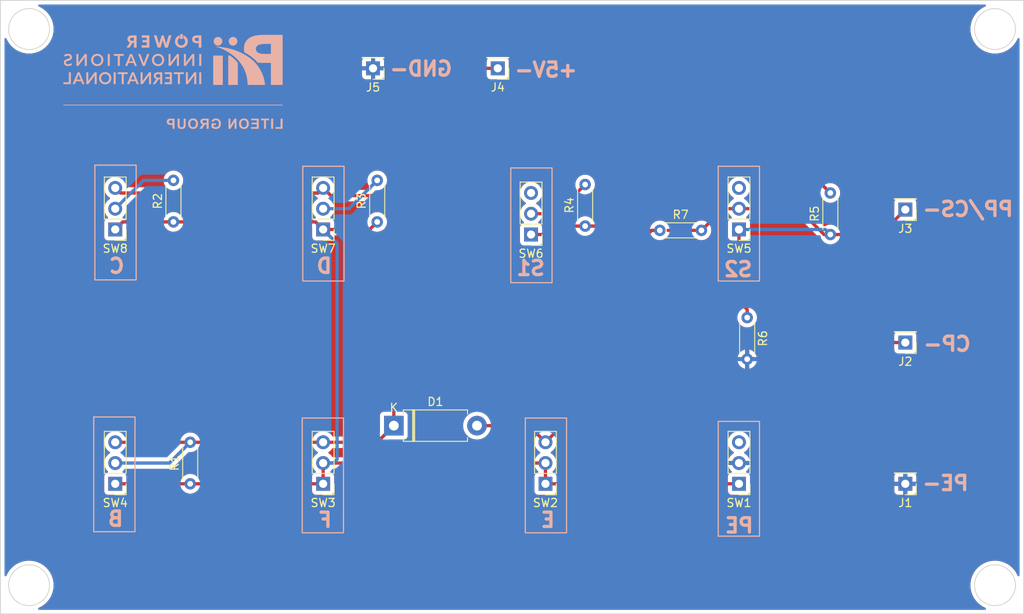
<source format=kicad_pcb>
(kicad_pcb (version 20221018) (generator pcbnew)
  (layers (0 "F.Cu" signal) (31 "B.Cu" signal) (34 "B.Paste" user) (35 "F.Paste" user) (36 "B.SilkS" user "B.Silkscreen") (37 "F.SilkS" user "F.Silkscreen") (38 "B.Mask" user) (39 "F.Mask" user) (44 "Edge.Cuts" user))
  (net 0 "")
  (net 1 "Earth_Protective")
  (net 2 "Net-(D1-A)")
  (net 3 "Net-(J3-Pin_1)")
  (net 4 "Net-(SW1-A)")
  (net 5 "Net-(SW8-B)")
  (net 6 "Net-(SW7-B)")
  (net 7 "Net-(SW6-A)")
  (net 8 "Net-(SW6-B)")
  (net 9 "Net-(SW5-A)")
  (net 10 "+5V")
  (net 12 "Net-(D1-K)")
  (footprint "Connector_PinHeader_2.54mm:PinHeader_1x01_P2.54mm_Vertical" (layer "F.Cu") (at 163.576 103.632 180)
    (fp_text reference "J1")
    (fp_text value "Conn_01x01")
  )
  (footprint "Connector_PinHeader_2.54mm:PinHeader_1x01_P2.54mm_Vertical" (layer "F.Cu") (at 98.552 52.832 180)
    (fp_text reference "J5")
    (fp_text value "Conn_01x01")
  )
  (footprint "Resistor_THT:R_Axial_DIN0204_L3.6mm_D1.6mm_P5.08mm_Horizontal" (layer "F.Cu") (at 144.256 83.312 -90)
    (fp_text reference "R6")
    (fp_text value "2.7K")
  )
  (footprint "Resistor_THT:R_Axial_DIN0204_L3.6mm_D1.6mm_P5.08mm_Horizontal" (layer "F.Cu") (at 124.46 72.12 90)
    (fp_text reference "R4")
    (fp_text value "330")
  )
  (footprint "Connector_PinHeader_2.54mm:PinHeader_1x03_P2.54mm_Vertical" (layer "F.Cu") (at 67.056 103.632 180)
    (fp_text reference "SW4")
    (fp_text value "SW_SPDT")
  )
  (footprint "Connector_PinHeader_2.54mm:PinHeader_1x03_P2.54mm_Vertical" (layer "F.Cu") (at 143.256 103.632 180)
    (fp_text reference "SW1")
    (fp_text value "SW_SPDT")
  )
  (footprint "Resistor_THT:R_Axial_DIN0204_L3.6mm_D1.6mm_P5.08mm_Horizontal" (layer "F.Cu") (at 154.416 73.152 90)
    (fp_text reference "R5")
    (fp_text value "330")
  )
  (footprint "Connector_PinHeader_2.54mm:PinHeader_1x03_P2.54mm_Vertical" (layer "F.Cu") (at 67.056 72.537 180)
    (fp_text reference "SW8")
    (fp_text value "SW_SPDT")
  )
  (footprint "Resistor_THT:R_Axial_DIN0204_L3.6mm_D1.6mm_P5.08mm_Horizontal" (layer "F.Cu") (at 133.588 72.644)
    (fp_text reference "R7")
    (fp_text value "150")
  )
  (footprint "Resistor_THT:R_Axial_DIN0204_L3.6mm_D1.6mm_P5.08mm_Horizontal" (layer "F.Cu") (at 76.216 103.632 90)
    (fp_text reference "R1")
    (fp_text value "2.74K")
  )
  (footprint "Connector_PinHeader_2.54mm:PinHeader_1x03_P2.54mm_Vertical" (layer "F.Cu") (at 119.616 103.632 180)
    (fp_text reference "SW2")
    (fp_text value "SW_SPDT")
  )
  (footprint "Connector_PinHeader_2.54mm:PinHeader_1x01_P2.54mm_Vertical" (layer "F.Cu") (at 113.792 52.832 180)
    (fp_text reference "J4")
    (fp_text value "Conn_01x01")
  )
  (footprint "Resistor_THT:R_Axial_DIN0204_L3.6mm_D1.6mm_P5.08mm_Horizontal" (layer "F.Cu") (at 99.06 71.612 90)
    (fp_text reference "R3")
    (fp_text value "270")
  )
  (footprint "Connector_PinHeader_2.54mm:PinHeader_1x03_P2.54mm_Vertical" (layer "F.Cu") (at 92.456 103.632 180)
    (fp_text reference "SW3")
    (fp_text value "SW_SPDT")
  )
  (footprint "Connector_PinHeader_2.54mm:PinHeader_1x03_P2.54mm_Vertical" (layer "F.Cu") (at 117.856 73.152 180)
    (fp_text reference "SW6")
    (fp_text value "SW_SPDT")
  )
  (footprint "Connector_PinHeader_2.54mm:PinHeader_1x03_P2.54mm_Vertical" (layer "F.Cu") (at 92.456 72.537 180)
    (fp_text reference "SW7")
    (fp_text value "SW_SPDT")
  )
  (footprint "Connector_PinHeader_2.54mm:PinHeader_1x01_P2.54mm_Vertical" (layer "F.Cu") (at 163.576 86.36 180)
    (fp_text reference "J2")
    (fp_text value "Conn_01x01")
  )
  (footprint "Connector_PinHeader_2.54mm:PinHeader_1x01_P2.54mm_Vertical" (layer "F.Cu") (at 163.576 70.104 180)
    (fp_text reference "J3")
    (fp_text value "Conn_01x01")
  )
  (footprint "Connector_PinHeader_2.54mm:PinHeader_1x03_P2.54mm_Vertical" (layer "F.Cu") (at 143.256 72.537 180)
    (fp_text reference "SW5")
    (fp_text value "SW_SPDT")
  )
  (footprint "Diode_THT:D_DO-15_P10.16mm_Horizontal" (layer "F.Cu") (at 101.092 96.52)
    (fp_text reference "D1")
    (fp_text value "D")
  )
  (footprint "Resistor_THT:R_Axial_DIN0204_L3.6mm_D1.6mm_P5.08mm_Horizontal" (layer "F.Cu") (at 74.168 71.612 90)
    (fp_text reference "R2")
    (fp_text value "1.3K")
  )
  (gr_poly (pts (xy 67.116529 54.768721) (xy 66.861154 54.768721) (xy 66.861154 53.312771) (xy 67.116529 53.312771)) (fill solid) (layer "B.SilkS"))
  (gr_poly (pts (xy 74.920624 49.131391) (xy 74.907279 49.139059) (xy 74.894235 49.147175) (xy 74.881501 49.15573) (xy 74.869086 49.164713) (xy 74.856996 49.174116) (xy 74.84524 49.183929) (xy 74.833825 49.194144) (xy 74.822761 49.20475) (xy 74.812054 49.215738) (xy 74.801714 49.227099) (xy 74.791747 49.238824) (xy 74.782161 49.250903) (xy 74.772966 49.263328) (xy 74.764168 49.276087) (xy 74.755776 49.289173) (xy 74.747798 49.302576) (xy 74.740241 49.316287) (xy 74.733114 49.330295) (xy 74.726425 49.344593) (xy 74.720181 49.35917) (xy 74.714391 49.374017) (xy 74.709063 49.389126) (xy 74.704204 49.404485) (xy 74.699823 49.420087) (xy 74.695927 49.435922) (xy 74.692525 49.451981) (xy 74.689624 49.468253) (xy 74.687233 49.48473) (xy 74.685359 49.501403) (xy 74.684011 49.518262) (xy 74.683196 49.535298) (xy 74.682923 49.552501) (xy 74.683492 49.577295) (xy 74.685182 49.601732) (xy 74.687971 49.625783) (xy 74.691834 49.64942) (xy 74.696747 49.672615) (xy 74.702686 49.69534) (xy 74.709626 49.717567) (xy 74.717545 49.739267) (xy 74.726417 49.760413) (xy 74.73622 49.780975) (xy 74.746928 49.800927) (xy 74.758518 49.820239) (xy 74.770966 49.838884) (xy 74.784247 49.856834) (xy 74.798339 49.874059) (xy 74.813216 49.890533) (xy 74.828856 49.906226) (xy 74.845233 49.921112) (xy 74.862323 49.93516) (xy 74.880104 49.948345) (xy 74.89855 49.960636) (xy 74.917639 49.972006) (xy 74.937344 49.982428) (xy 74.957644 49.991872) (xy 74.978513 50.00031) (xy 74.999929 50.007715) (xy 75.021865 50.014057) (xy 75.0443 50.01931) (xy 75.067208 50.023445) (xy 75.090566 50.026433) (xy 75.11435 50.028246) (xy 75.138535 50.028857) (xy 75.16272 50.028246) (xy 75.186503 50.026433) (xy 75.209861 50.023445) (xy 75.232769 50.01931) (xy 75.255204 50.014057) (xy 75.277141 50.007715) (xy 75.298556 50.00031) (xy 75.319425 49.991872) (xy 75.339725 49.982428) (xy 75.359431 49.972006) (xy 75.378519 49.960636) (xy 75.396965 49.948345) (xy 75.414746 49.935161) (xy 75.431837 49.921112) (xy 75.448214 49.906226) (xy 75.463853 49.890533) (xy 75.478731 49.874059) (xy 75.492822 49.856834) (xy 75.506104 49.838884) (xy 75.518552 49.820239) (xy 75.530142 49.800927) (xy 75.540851 49.780976) (xy 75.550653 49.760413) (xy 75.559525 49.739267) (xy 75.567444 49.717567) (xy 75.574385 49.695341) (xy 75.580323 49.672616) (xy 75.585236 49.649421) (xy 75.589099 49.625783) (xy 75.591888 49.601732) (xy 75.593579 49.577296) (xy 75.594148 49.552502) (xy 75.593149 49.519685) (xy 75.59019 49.487517) (xy 75.585326 49.456062) (xy 75.578614 49.425386) (xy 75.570109 49.395555) (xy 75.559869 49.366634) (xy 75.547949 49.338689) (xy 75.534405 49.311784) (xy 75.519293 49.285986) (xy 75.50267 49.261359) (xy 75.484591 49.237969) (xy 75.465114 49.215882) (xy 75.444293 49.195163) (xy 75.422185 49.175878) (xy 75.398846 49.158091) (xy 75.374332 49.141868) (xy 75.374332 48.809763) (xy 75.404535 48.81924) (xy 75.434128 48.829836) (xy 75.463089 48.841528) (xy 75.491394 48.854292) (xy 75.519021 48.868105) (xy 75.545947 48.882944) (xy 75.572149 48.898786) (xy 75.597603 48.915607) (xy 75.622288 48.933383) (xy 75.646181 48.952092) (xy 75.669257 48.971711) (xy 75.691495 48.992215) (xy 75.712871 49.013583) (xy 75.733363 49.03579) (xy 75.752948 49.058812) (xy 75.771603 49.082628) (xy 75.789304 49.107214) (xy 75.80603 49.132545) (xy 75.821756 49.1586) (xy 75.836461 49.185354) (xy 75.85012 49.212785) (xy 75.862713 49.240868) (xy 75.874214 49.269582) (xy 75.884603 49.298902) (xy 75.893855 49.328805) (xy 75.901947 49.359269) (xy 75.908858 49.390268) (xy 75.914563 49.421782) (xy 75.91904 49.453785) (xy 75.922267 49.486255) (xy 75.924219 49.519168) (xy 75.924875 49.552502) (xy 75.923889 49.593342) (xy 75.920958 49.633543) (xy 75.916125 49.673061) (xy 75.909432 49.711854) (xy 75.900921 49.749877) (xy 75.890634 49.787089) (xy 75.878615 49.823446) (xy 75.864905 49.858904) (xy 75.849546 49.893421) (xy 75.83258 49.926954) (xy 75.814051 49.95946) (xy 75.794 49.990895) (xy 75.77247 50.021217) (xy 75.749502 50.050382) (xy 75.72514 50.078348) (xy 75.699425 50.105071) (xy 75.672399 50.130508) (xy 75.644106 50.154616) (xy 75.614587 50.177352) (xy 75.583884 50.198673) (xy 75.552041 50.218536) (xy 75.519098 50.236898) (xy 75.485099 50.253715) (xy 75.450085 50.268945) (xy 75.414099 50.282545) (xy 75.377184 50.294471) (xy 75.339381 50.30468) (xy 75.300733 50.31313) (xy 75.261282 50.319777) (xy 75.221071 50.324579) (xy 75.180141 50.327491) (xy 75.138535 50.328471) (xy 75.096929 50.327491) (xy 75.055999 50.324579) (xy 75.015788 50.319777) (xy 74.976337 50.31313) (xy 74.937689 50.30468) (xy 74.899886 50.294471) (xy 74.86297 50.282545) (xy 74.826985 50.268945) (xy 74.791971 50.253715) (xy 74.757972 50.236898) (xy 74.725029 50.218536) (xy 74.693185 50.198673) (xy 74.662483 50.177352) (xy 74.632964 50.154616) (xy 74.60467 50.130507) (xy 74.577645 50.10507) (xy 74.55193 50.078348) (xy 74.527567 50.050382) (xy 74.504599 50.021217) (xy 74.483069 49.990895) (xy 74.463018 49.95946) (xy 74.444488 49.926954) (xy 74.427523 49.893421) (xy 74.412164 49.858904) (xy 74.398454 49.823445) (xy 74.386434 49.787089) (xy 74.376148 49.749877) (xy 74.367637 49.711853) (xy 74.360943 49.673061) (xy 74.35611 49.633543) (xy 74.353179 49.593342) (xy 74.352193 49.552501) (xy 74.352873 49.51857) (xy 74.354897 49.485076) (xy 74.35824 49.452044) (xy 74.362879 49.419497) (xy 74.368789 49.387461) (xy 74.375947 49.355959) (xy 74.393906 49.294658) (xy 74.416564 49.235791) (xy 74.443728 49.179553) (xy 74.475203 49.12614) (xy 74.510798 49.075749) (xy 74.550317 49.028574) (xy 74.593569 48.984813) (xy 74.640359 48.944661) (xy 74.690494 48.908314) (xy 74.743782 48.875968) (xy 74.800029 48.847819) (xy 74.85904 48.824062) (xy 74.920624 48.804895)) (fill solid) (layer "B.SilkS"))
  (gr_rect (start 89.97 64.81) (end 95.01 78.84) (stroke (width 0.15)) (fill none) (layer "B.SilkS"))
  (gr_poly (pts (xy 77.582923 50.305569) (xy 77.252088 50.305569) (xy 77.252088 49.766772) (xy 77.148054 49.766772) (xy 77.107538 49.766475) (xy 77.068622 49.765564) (xy 77.031252 49.764014) (xy 76.995372 49.761796) (xy 76.96093 49.758883) (xy 76.92787 49.755247) (xy 76.896138 49.750861) (xy 76.865679 49.745698) (xy 76.83644 49.73973) (xy 76.808365 49.732929) (xy 76.781401 49.725269) (xy 76.755492 49.716721) (xy 76.730585 49.707259) (xy 76.706625 49.696854) (xy 76.683557 49.68548) (xy 76.661328 49.673109) (xy 76.637968 49.658398) (xy 76.615565 49.642329) (xy 76.594195 49.624912) (xy 76.573933 49.606155) (xy 76.554855 49.586068) (xy 76.537038 49.56466) (xy 76.520557 49.541941) (xy 76.505489 49.517918) (xy 76.491909 49.492602) (xy 76.479893 49.466002) (xy 76.469517 49.438126) (xy 76.460857 49.408984) (xy 76.45399 49.378585) (xy 76.44899 49.346939) (xy 76.445935 49.314053) (xy 76.445404 49.296555) (xy 76.775735 49.296555) (xy 76.775832 49.303524) (xy 76.776122 49.310384) (xy 76.776606 49.317131) (xy 76.77728 49.323767) (xy 76.778145 49.33029) (xy 76.779199 49.336699) (xy 76.780441 49.342994) (xy 76.781869 49.349174) (xy 76.783484 49.355237) (xy 76.785283 49.361184) (xy 76.787265 49.367014) (xy 76.78943 49.372725) (xy 76.791776 49.378317) (xy 76.794303 49.383789) (xy 76.797008 49.389141) (xy 76.799891 49.394371) (xy 76.80295 49.399479) (xy 76.806186 49.404464) (xy 76.809596 49.409326) (xy 76.813179 49.414063) (xy 76.816934 49.418674) (xy 76.820861 49.42316) (xy 76.824957 49.427519) (xy 76.829223 49.43175) (xy 76.833656 49.435853) (xy 76.838256 49.439827) (xy 76.843021 49.44367) (xy 76.84795 49.447384) (xy 76.853043 49.450965) (xy 76.858298 49.454415) (xy 76.863714 49.457731) (xy 76.86929 49.460914) (xy 76.880056 49.466479) (xy 76.891315 49.471487) (xy 76.903123 49.475964) (xy 76.915534 49.479939) (xy 76.928603 49.483437) (xy 76.942385 49.486488) (xy 76.956935 49.489117) (xy 76.972306 49.491354) (xy 76.988554 49.493224) (xy 77.005734 49.494757) (xy 77.043107 49.496915) (xy 77.084863 49.498049) (xy 77.13144 49.498379) (xy 77.252088 49.498379) (xy 77.252088 49.088592) (xy 77.139801 49.088592) (xy 77.097733 49.088822) (xy 77.058809 49.089659) (xy 77.02286 49.091321) (xy 77.005947 49.092531) (xy 76.989715 49.094029) (xy 76.974141 49.095844) (xy 76.959204 49.098002) (xy 76.944884 49.100532) (xy 76.931158 49.10346) (xy 76.918006 49.106814) (xy 76.905407 49.110622) (xy 76.893338 49.11491) (xy 76.88178 49.119707) (xy 76.869287 49.125901) (xy 76.857533 49.132771) (xy 76.846526 49.140311) (xy 76.836277 49.148515) (xy 76.826795 49.157377) (xy 76.818088 49.166891) (xy 76.810166 49.177051) (xy 76.803039 49.18785) (xy 76.796715 49.199284) (xy 76.791205 49.211345) (xy 76.786516 49.224027) (xy 76.78266 49.237326) (xy 76.779644 49.251234) (xy 76.777478 49.265745) (xy 76.776172 49.280854) (xy 76.775735 49.296555) (xy 76.445404 49.296555) (xy 76.4449 49.279938) (xy 76.445226 49.261048) (xy 76.446194 49.242593) (xy 76.447786 49.224571) (xy 76.449985 49.206979) (xy 76.452774 49.189816) (xy 76.456136 49.173077) (xy 76.460053 49.156761) (xy 76.464508 49.140865) (xy 76.469485 49.125386) (xy 76.474966 49.110322) (xy 76.480934 49.095669) (xy 76.487371 49.081426) (xy 76.494261 49.067589) (xy 76.501587 49.054156) (xy 76.50933 49.041125) (xy 76.517475 49.028492) (xy 76.526003 49.016255) (xy 76.534898 49.004411) (xy 76.544143 48.992958) (xy 76.553719 48.981893) (xy 76.573802 48.960916) (xy 76.595007 48.941459) (xy 76.617199 48.9235) (xy 76.640239 48.90702) (xy 76.66399 48.891996) (xy 76.688315 48.878406) (xy 76.710924 48.867246) (xy 76.73426 48.857112) (xy 76.758318 48.847963) (xy 76.783097 48.839756) (xy 76.808594 48.832449) (xy 76.834805 48.825999) (xy 76.861728 48.820364) (xy 76.889359 48.815502) (xy 76.917696 48.811371) (xy 76.946736 48.807928) (xy 76.976475 48.80513) (xy 77.006912 48.802936) (xy 77.069863 48.80019) (xy 77.135567 48.79935) (xy 77.582923 48.79935)) (fill solid) (layer "B.SilkS"))
  (gr_poly (pts (xy 73.814993 51.692971) (xy 73.814491 51.919943) (xy 73.813297 52.028623) (xy 73.810972 52.133343) (xy 73.814993 52.135354) (xy 73.94243 51.960914) (xy 74.074391 51.783458) (xy 74.60123 51.081572) (xy 74.842529 51.081572) (xy 74.842529 52.53752) (xy 74.595197 52.53752) (xy 74.595197 51.926227) (xy 74.595699 51.699241) (xy 74.596893 51.590531) (xy 74.599218 51.485749) (xy 74.595197 51.483844) (xy 74.46776 51.658244) (xy 74.335799 51.83574) (xy 73.808856 52.53752) (xy 73.567555 52.53752) (xy 73.567555 51.081572) (xy 73.814993 51.081572)) (fill solid) (layer "B.SilkS"))
  (gr_poly (pts (xy 65.867313 53.291673) (xy 65.906485 53.294487) (xy 65.944954 53.299127) (xy 65.982681 53.305551) (xy 66.019627 53.313717) (xy 66.055752 53.323584) (xy 66.091016 53.33511) (xy 66.12538 53.348254) (xy 66.158805 53.362973) (xy 66.191251 53.379227) (xy 66.222679 53.396973) (xy 66.25305 53.416171) (xy 66.282323 53.436777) (xy 66.31046 53.458752) (xy 66.337421 53.482053) (xy 66.363166 53.506638) (xy 66.387657 53.532467) (xy 66.410853 53.559497) (xy 66.432716 53.587687) (xy 66.453206 53.616995) (xy 66.472283 53.647379) (xy 66.489908 53.678799) (xy 66.506041 53.711212) (xy 66.520644 53.744576) (xy 66.533677 53.778851) (xy 66.5451 53.813995) (xy 66.554873 53.849965) (xy 66.562958 53.886721) (xy 66.569315 53.92422) (xy 66.573905 53.962422) (xy 66.576688 54.001284) (xy 66.577624 54.040765) (xy 66.576688 54.080247) (xy 66.573905 54.119109) (xy 66.569315 54.157311) (xy 66.562958 54.19481) (xy 66.554873 54.231566) (xy 66.5451 54.267536) (xy 66.533677 54.30268) (xy 66.520644 54.336955) (xy 66.506041 54.37032) (xy 66.489908 54.402733) (xy 66.472283 54.434152) (xy 66.453206 54.464537) (xy 66.432716 54.493845) (xy 66.410853 54.522034) (xy 66.387657 54.549064) (xy 66.363166 54.574893) (xy 66.337421 54.599478) (xy 66.31046 54.622779) (xy 66.282323 54.644754) (xy 66.25305 54.66536) (xy 66.222679 54.684558) (xy 66.191251 54.702304) (xy 66.158805 54.718558) (xy 66.12538 54.733277) (xy 66.091016 54.74642) (xy 66.055752 54.757946) (xy 66.019627 54.767813) (xy 65.982681 54.775979) (xy 65.944954 54.782403) (xy 65.906485 54.787043) (xy 65.867313 54.789858) (xy 65.827477 54.790805) (xy 65.787642 54.789858) (xy 65.748471 54.787043) (xy 65.710003 54.782403) (xy 65.672278 54.775979) (xy 65.635335 54.767813) (xy 65.599213 54.757946) (xy 65.563952 54.74642) (xy 65.529591 54.733277) (xy 65.49617 54.718558) (xy 65.463728 54.702304) (xy 65.432305 54.684558) (xy 65.401939 54.66536) (xy 65.37267 54.644754) (xy 65.344538 54.622779) (xy 65.317582 54.599478) (xy 65.291842 54.574893) (xy 65.267356 54.549064) (xy 65.244165 54.522034) (xy 65.222307 54.493845) (xy 65.201822 54.464537) (xy 65.182749 54.434152) (xy 65.165128 54.402733) (xy 65.148999 54.37032) (xy 65.1344 54.336955) (xy 65.121371 54.30268) (xy 65.109951 54.267536) (xy 65.10018 54.231566) (xy 65.092098 54.19481) (xy 65.085743 54.157311) (xy 65.081155 54.119109) (xy 65.078373 54.080247) (xy 65.077437 54.040765) (xy 65.332812 54.040765) (xy 65.333427 54.067724) (xy 65.335253 54.094287) (xy 65.338265 54.120424) (xy 65.342438 54.146106) (xy 65.347747 54.171302) (xy 65.354166 54.195981) (xy 65.36167 54.220114) (xy 65.370233 54.243671) (xy 65.37983 54.26662) (xy 65.390435 54.288933) (xy 65.402023 54.310579) (xy 65.414569 54.331527) (xy 65.428048 54.351748) (xy 65.442433 54.37121) (xy 65.457699 54.389885) (xy 65.473822 54.407742) (xy 65.490775 54.424751) (xy 65.508534 54.440881) (xy 65.527072 54.456102) (xy 65.546365 54.470385) (xy 65.566387 54.483698) (xy 65.587113 54.496012) (xy 65.608516 54.507296) (xy 65.630573 54.517521) (xy 65.653257 54.526656) (xy 65.676543 54.534671) (xy 65.700405 54.541536) (xy 65.724819 54.54722) (xy 65.749758 54.551694) (xy 65.775198 54.554927) (xy 65.801113 54.556889) (xy 65.827477 54.55755) (xy 65.853842 54.556889) (xy 65.879758 54.554927) (xy 65.905199 54.551694) (xy 65.93014 54.54722) (xy 65.954557 54.541536) (xy 65.978422 54.534671) (xy 66.001711 54.526656) (xy 66.024398 54.517521) (xy 66.046459 54.507296) (xy 66.067867 54.496012) (xy 66.088596 54.483698) (xy 66.108623 54.470385) (xy 66.12792 54.456102) (xy 66.146464 54.440881) (xy 66.164227 54.424751) (xy 66.181185 54.407742) (xy 66.197313 54.389885) (xy 66.212585 54.37121) (xy 66.226975 54.351748) (xy 66.240458 54.331527) (xy 66.253008 54.310579) (xy 66.264601 54.288933) (xy 66.27521 54.26662) (xy 66.284811 54.243671) (xy 66.293378 54.220114) (xy 66.300884 54.195981) (xy 66.307306 54.171302) (xy 66.312617 54.146106) (xy 66.316793 54.120424) (xy 66.319806 54.094287) (xy 66.321633 54.067724) (xy 66.322248 54.040765) (xy 66.321633 54.013807) (xy 66.319806 53.987244) (xy 66.316793 53.961106) (xy 66.312617 53.935425) (xy 66.307306 53.910229) (xy 66.300884 53.885549) (xy 66.293378 53.861416) (xy 66.284811 53.83786) (xy 66.27521 53.81491) (xy 66.264601 53.792598) (xy 66.253008 53.770952) (xy 66.240458 53.750004) (xy 66.226975 53.729783) (xy 66.212585 53.710321) (xy 66.197313 53.691646) (xy 66.181185 53.673789) (xy 66.164227 53.65678) (xy 66.146464 53.64065) (xy 66.12792 53.625429) (xy 66.108623 53.611147) (xy 66.088596 53.597834) (xy 66.067867 53.58552) (xy 66.046459 53.574235) (xy 66.024398 53.56401) (xy 66.001711 53.554875) (xy 65.978422 53.54686) (xy 65.954557 53.539996) (xy 65.93014 53.534311) (xy 65.905199 53.529838) (xy 65.879758 53.526605) (xy 65.853842 53.524643) (xy 65.827477 53.523982) (xy 65.801113 53.524643) (xy 65.775198 53.526605) (xy 65.749758 53.529838) (xy 65.724819 53.534311) (xy 65.700405 53.539996) (xy 65.676543 53.54686) (xy 65.653257 53.554875) (xy 65.630573 53.56401) (xy 65.608516 53.574235) (xy 65.587113 53.58552) (xy 65.566387 53.597834) (xy 65.546365 53.611147) (xy 65.527072 53.625429) (xy 65.508534 53.64065) (xy 65.490775 53.65678) (xy 65.473822 53.673789) (xy 65.457699 53.691646) (xy 65.442433 53.710321) (xy 65.428048 53.729783) (xy 65.414569 53.750004) (xy 65.402023 53.770952) (xy 65.390435 53.792598) (xy 65.37983 53.81491) (xy 65.370233 53.83786) (xy 65.36167 53.861416) (xy 65.354166 53.885549) (xy 65.347747 53.910229) (xy 65.342438 53.935425) (xy 65.338265 53.961106) (xy 65.335253 53.987244) (xy 65.333427 54.013807) (xy 65.332812 54.040765) (xy 65.077437 54.040765) (xy 65.078373 54.001284) (xy 65.081155 53.962422) (xy 65.085743 53.92422) (xy 65.092098 53.886721) (xy 65.10018 53.849965) (xy 65.109951 53.813995) (xy 65.121371 53.778851) (xy 65.1344 53.744576) (xy 65.148999 53.711212) (xy 65.165128 53.678799) (xy 65.182749 53.647379) (xy 65.201822 53.616995) (xy 65.222307 53.587687) (xy 65.244165 53.559497) (xy 65.267356 53.532467) (xy 65.291842 53.506638) (xy 65.317582 53.482053) (xy 65.344538 53.458752) (xy 65.37267 53.436777) (xy 65.401939 53.416171) (xy 65.432305 53.396973) (xy 65.463728 53.379227) (xy 65.49617 53.362973) (xy 65.529591 53.348254) (xy 65.563952 53.33511) (xy 65.599213 53.323584) (xy 65.635335 53.313717) (xy 65.672278 53.305551) (xy 65.710003 53.299127) (xy 65.748471 53.294487) (xy 65.787642 53.291673) (xy 65.827477 53.290725)) (fill solid) (layer "B.SilkS"))
  (gr_rect (start 64.57 64.67) (end 69.61 78.7) (stroke (width 0.15)) (fill none) (layer "B.SilkS"))
  (gr_poly (pts (xy 68.097771 51.308838) (xy 67.621204 51.308838) (xy 67.621204 52.537563) (xy 67.365829 52.537563) (xy 67.365829 51.308838) (xy 66.885239 51.308838) (xy 66.885239 51.081614) (xy 68.097771 51.081614)) (fill solid) (layer "B.SilkS"))
  (gr_poly (pts (xy 87.508885 54.86324) (xy 86.072832 54.86324) (xy 86.072832 52.173274) (xy 85.107949 52.173274) (xy 85.021408 52.172597) (xy 84.936 52.170582) (xy 84.851708 52.167246) (xy 84.768515 52.162611) (xy 84.686403 52.156696) (xy 84.605356 52.149521) (xy 84.525355 52.141105) (xy 84.446384 52.13147) (xy 84.359106 52.030072) (xy 84.268206 51.93173) (xy 84.174045 51.836436) (xy 84.076983 51.744181) (xy 83.97738 51.654955) (xy 83.875595 51.568749) (xy 83.771989 51.485554) (xy 83.666922 51.405361) (xy 83.560754 51.32816) (xy 83.453844 51.253943) (xy 83.346553 51.182701) (xy 83.23924 51.114423) (xy 83.132266 51.049102) (xy 83.02599 50.986728) (xy 82.816974 50.870783) (xy 82.808018 50.821742) (xy 82.800207 50.771684) (xy 82.793557 50.720593) (xy 82.788083 50.668456) (xy 82.783799 50.615258) (xy 82.780721 50.560983) (xy 82.778863 50.505616) (xy 82.778248 50.449778) (xy 84.245936 50.449778) (xy 84.246263 50.472277) (xy 84.247241 50.494292) (xy 84.248871 50.515823) (xy 84.251154 50.536869) (xy 84.254088 50.55743) (xy 84.257673 50.577506) (xy 84.261911 50.597096) (xy 84.266799 50.616201) (xy 84.272339 50.634819) (xy 84.278529 50.652951) (xy 84.28537 50.670596) (xy 84.292862 50.687754) (xy 84.301005 50.704425) (xy 84.309798 50.720607) (xy 84.319241 50.736302) (xy 84.329334 50.751508) (xy 84.339971 50.766293) (xy 84.351009 50.780684) (xy 84.362449 50.794679) (xy 84.374292 50.80828) (xy 84.38654 50.821486) (xy 84.399193 50.834296) (xy 84.412253 50.846711) (xy 84.425721 50.858731) (xy 84.439598 50.870355) (xy 84.453886 50.881584) (xy 84.468585 50.892416) (xy 84.483698 50.902852) (xy 84.499225 50.912892) (xy 84.515167 50.922536) (xy 84.531526 50.931783) (xy 84.548303 50.940633) (xy 84.565408 50.949126) (xy 84.582791 50.957303) (xy 84.600449 50.965163) (xy 84.618383 50.972707) (xy 84.636592 50.979937) (xy 84.655074 50.986852) (xy 84.692858 50.999741) (xy 84.731728 51.01138) (xy 84.771678 51.021774) (xy 84.812703 51.030928) (xy 84.854796 51.038846) (xy 84.897778 51.045623) (xy 84.941158 51.051503) (xy 84.984937 51.056486) (xy 85.029117 51.060569) (xy 85.073698 51.063748) (xy 85.118682 51.066023) (xy 85.164071 51.067389) (xy 85.209865 51.067845) (xy 86.072832 51.067845) (xy 86.072832 49.846211) (xy 85.420157 49.846211) (xy 85.37163 49.846503) (xy 85.322567 49.847375) (xy 85.272972 49.848823) (xy 85.222844 49.850841) (xy 85.172186 49.853425) (xy 85.120998 49.856569) (xy 85.017039 49.86452) (xy 84.965112 49.869818) (xy 84.91442 49.876585) (xy 84.864958 49.88482) (xy 84.816722 49.894524) (xy 84.769706 49.905696) (xy 84.723906 49.918336) (xy 84.679316 49.932445) (xy 84.635933 49.948022) (xy 84.614857 49.956431) (xy 84.594256 49.965266) (xy 84.574129 49.974526) (xy 84.554477 49.984212) (xy 84.5353 49.994323) (xy 84.516598 50.004858) (xy 84.498372 50.015816) (xy 84.480622 50.027199) (xy 84.463348 50.039004) (xy 84.446551 50.051231) (xy 84.43023 50.063881) (xy 84.414387 50.076952) (xy 84.399021 50.090444) (xy 84.384133 50.104357) (xy 84.369724 50.11869) (xy 84.355793 50.133442) (xy 84.342507 50.148726) (xy 84.330075 50.164611) (xy 84.318498 50.181097) (xy 84.307775 50.198184) (xy 84.297907 50.215871) (xy 84.288895 50.234156) (xy 84.280739 50.25304) (xy 84.27344 50.272521) (xy 84.266998 50.292598) (xy 84.261413 50.313271) (xy 84.256686 50.334539) (xy 84.252817 50.356402) (xy 84.249808 50.378858) (xy 84.247657 50.401906) (xy 84.246367 50.425547) (xy 84.245936 50.449778) (xy 82.778248 50.449778) (xy 82.778241 50.449144) (xy 82.778987 50.387243) (xy 82.781227 50.326678) (xy 82.784959 50.267447) (xy 82.790185 50.20955) (xy 82.796903 50.152988) (xy 82.805113 50.09776) (xy 82.814815 50.043867) (xy 82.82601 49.991308) (xy 82.838697 49.940084) (xy 82.852875 49.890195) (xy 82.868546 49.841639) (xy 82.885708 49.794419) (xy 82.904361 49.748533) (xy 82.924506 49.703981) (xy 82.946141 49.660764) (xy 82.969268 49.618881) (xy 82.993737 49.578191) (xy 83.019241 49.538554) (xy 83.04578 49.49997) (xy 83.073355 49.462439) (xy 83.101966 49.425963) (xy 83.131614 49.390541) (xy 83.162298 49.356175) (xy 83.194021 49.322865) (xy 83.226781 49.290612) (xy 83.26058 49.259416) (xy 83.295417 49.229277) (xy 83.331295 49.200198) (xy 83.368212 49.172177) (xy 83.406169 49.145216) (xy 83.445167 49.119316) (xy 83.485206 49.094477) (xy 83.526205 49.070616) (xy 83.568077 49.047651) (xy 83.610823 49.025582) (xy 83.654441 49.004409) (xy 83.698929 48.984133) (xy 83.744287 48.964754) (xy 83.790512 48.946273) (xy 83.837605 48.928689) (xy 83.885564 48.912002) (xy 83.934387 48.896215) (xy 83.984073 48.881325) (xy 84.034621 48.867335) (xy 84.08603 48.854244) (xy 84.138298 48.842052) (xy 84.191424 48.83076) (xy 84.245408 48.820368) (xy 84.355179 48.801725) (xy 84.466609 48.785564) (xy 84.579701 48.771886) (xy 84.694458 48.760692) (xy 84.810881 48.751983) (xy 84.928974 48.745761) (xy 85.048738 48.742027) (xy 85.170177 48.740782) (xy 87.508885 48.740782)) (fill solid) (layer "B.SilkS"))
  (gr_poly (pts (xy 81.47405 48.995238) (xy 81.500939 48.997283) (xy 81.527437 49.00065) (xy 81.553511 49.005307) (xy 81.579127 49.011219) (xy 81.604253 49.018354) (xy 81.628855 49.026679) (xy 81.6529 49.03616) (xy 81.676354 49.046763) (xy 81.699184 49.058457) (xy 81.721357 49.071206) (xy 81.74284 49.084979) (xy 81.7636 49.099741) (xy 81.783602 49.11546) (xy 81.802815 49.132102) (xy 81.821203 49.149635) (xy 81.838736 49.168023) (xy 81.855378 49.187236) (xy 81.871097 49.207238) (xy 81.885859 49.227997) (xy 81.899632 49.24948) (xy 81.912382 49.271653) (xy 81.924075 49.294484) (xy 81.934678 49.317938) (xy 81.944159 49.341982) (xy 81.952484 49.366584) (xy 81.959619 49.39171) (xy 81.965532 49.417326) (xy 81.970188 49.4434) (xy 81.973555 49.469898) (xy 81.9756 49.496787) (xy 81.976289 49.524033) (xy 81.9756 49.551279) (xy 81.973555 49.578168) (xy 81.970188 49.604666) (xy 81.965532 49.63074) (xy 81.959619 49.656356) (xy 81.952484 49.681482) (xy 81.944159 49.706084) (xy 81.934678 49.730128) (xy 81.924075 49.753582) (xy 81.912382 49.776412) (xy 81.899632 49.798586) (xy 81.885859 49.820069) (xy 81.871097 49.840828) (xy 81.855378 49.86083) (xy 81.838736 49.880042) (xy 81.821203 49.898431) (xy 81.802815 49.915963) (xy 81.783602 49.932606) (xy 81.7636 49.948324) (xy 81.74284 49.963087) (xy 81.721357 49.97686) (xy 81.699184 49.989609) (xy 81.676354 50.001302) (xy 81.6529 50.011906) (xy 81.628855 50.021387) (xy 81.604253 50.029711) (xy 81.579127 50.036847) (xy 81.553511 50.042759) (xy 81.527437 50.047416) (xy 81.500939 50.050783) (xy 81.47405 50.052828) (xy 81.446803 50.053517) (xy 81.419557 50.052828) (xy 81.392668 50.050783) (xy 81.36617 50.047416) (xy 81.340096 50.042759) (xy 81.31448 50.036847) (xy 81.289354 50.029711) (xy 81.264752 50.021387) (xy 81.240708 50.011906) (xy 81.217254 50.001302) (xy 81.194424 49.989609) (xy 81.17225 49.97686) (xy 81.150767 49.963087) (xy 81.130008 49.948324) (xy 81.110006 49.932606) (xy 81.090794 49.915963) (xy 81.072405 49.898431) (xy 81.054873 49.880042) (xy 81.03823 49.86083) (xy 81.022512 49.840828) (xy 81.007749 49.820069) (xy 80.993976 49.798586) (xy 80.981227 49.776412) (xy 80.969534 49.753582) (xy 80.95893 49.730128) (xy 80.949449 49.706084) (xy 80.941125 49.681482) (xy 80.933989 49.656356) (xy 80.928077 49.63074) (xy 80.92342 49.604666) (xy 80.920053 49.578168) (xy 80.918008 49.551279) (xy 80.917319 49.524033) (xy 80.918008 49.496787) (xy 80.920053 49.469898) (xy 80.92342 49.4434) (xy 80.928077 49.417326) (xy 80.933989 49.39171) (xy 80.941125 49.366584) (xy 80.949449 49.341982) (xy 80.95893 49.317938) (xy 80.969534 49.294484) (xy 80.981227 49.271653) (xy 80.993976 49.24948) (xy 81.007749 49.227997) (xy 81.022512 49.207238) (xy 81.03823 49.187236) (xy 81.054873 49.168023) (xy 81.072405 49.149635) (xy 81.090794 49.132102) (xy 81.110006 49.11546) (xy 81.130008 49.099741) (xy 81.150767 49.084979) (xy 81.17225 49.071206) (xy 81.194424 49.058457) (xy 81.217254 49.046763) (xy 81.240708 49.03616) (xy 81.264752 49.026679) (xy 81.289354 49.018354) (xy 81.31448 49.011219) (xy 81.340096 49.005307) (xy 81.36617 49.00065) (xy 81.392668 48.997283) (xy 81.419557 48.995238) (xy 81.446803 48.994549)) (fill solid) (layer "B.SilkS"))
  (gr_poly (pts (xy 66.394532 52.537543) (xy 66.139158 52.537543) (xy 66.139158 51.081593) (xy 66.394532 51.081593)) (fill solid) (layer "B.SilkS"))
  (gr_poly (pts (xy 70.404452 53.92418) (xy 70.403949 54.151153) (xy 70.402755 54.259832) (xy 70.400429 54.364553) (xy 70.404452 54.366564) (xy 70.531887 54.192124) (xy 70.663848 54.014667) (xy 71.190687 53.312781) (xy 71.431987 53.312781) (xy 71.431987 54.76873) (xy 71.184655 54.76873) (xy 71.184655 54.157437) (xy 71.185157 53.930451) (xy 71.186351 53.82174) (xy 71.188675 53.716958) (xy 71.184655 53.715054) (xy 71.057218 53.889454) (xy 70.925256 54.066948) (xy 70.398313 54.76873) (xy 70.157012 54.76873) (xy 70.157012 53.312781) (xy 70.404452 53.312781)) (fill solid) (layer "B.SilkS"))
  (gr_poly (pts (xy 87.508494 57.370314) (xy 60.723881 57.370314) (xy 60.723881 57.283531) (xy 87.508494 57.283531)) (fill solid) (layer "B.SilkS"))
  (gr_poly (pts (xy 79.640013 48.995238) (xy 79.666902 48.997283) (xy 79.6934 49.00065) (xy 79.719474 49.005307) (xy 79.74509 49.011219) (xy 79.770216 49.018354) (xy 79.794818 49.026679) (xy 79.818863 49.03616) (xy 79.842317 49.046763) (xy 79.865147 49.058457) (xy 79.88732 49.071206) (xy 79.908803 49.084979) (xy 79.929563 49.099741) (xy 79.949565 49.11546) (xy 79.968778 49.132102) (xy 79.987166 49.149635) (xy 80.004699 49.168023) (xy 80.021341 49.187236) (xy 80.03706 49.207238) (xy 80.051822 49.227997) (xy 80.065595 49.24948) (xy 80.078345 49.271653) (xy 80.090038 49.294484) (xy 80.100641 49.317938) (xy 80.110122 49.341982) (xy 80.118447 49.366584) (xy 80.125582 49.39171) (xy 80.131495 49.417326) (xy 80.136151 49.4434) (xy 80.139518 49.469898) (xy 80.141563 49.496787) (xy 80.142252 49.524033) (xy 80.141563 49.551279) (xy 80.139518 49.578168) (xy 80.136151 49.604666) (xy 80.131495 49.63074) (xy 80.125582 49.656356) (xy 80.118447 49.681482) (xy 80.110122 49.706084) (xy 80.100641 49.730128) (xy 80.090038 49.753582) (xy 80.078345 49.776412) (xy 80.065595 49.798586) (xy 80.051822 49.820069) (xy 80.03706 49.840828) (xy 80.021341 49.86083) (xy 80.004699 49.880042) (xy 79.987166 49.898431) (xy 79.968778 49.915963) (xy 79.949565 49.932606) (xy 79.929563 49.948324) (xy 79.908803 49.963087) (xy 79.88732 49.97686) (xy 79.865147 49.989609) (xy 79.842317 50.001302) (xy 79.818863 50.011906) (xy 79.794818 50.021387) (xy 79.770216 50.029711) (xy 79.74509 50.036847) (xy 79.719474 50.042759) (xy 79.6934 50.047416) (xy 79.666902 50.050783) (xy 79.640013 50.052828) (xy 79.612766 50.053517) (xy 79.58552 50.052828) (xy 79.558631 50.050783) (xy 79.532133 50.047416) (xy 79.506059 50.042759) (xy 79.480443 50.036847) (xy 79.455317 50.029711) (xy 79.430715 50.021387) (xy 79.406671 50.011906) (xy 79.383217 50.001302) (xy 79.360387 49.989609) (xy 79.338213 49.97686) (xy 79.31673 49.963087) (xy 79.295971 49.948324) (xy 79.275969 49.932606) (xy 79.256757 49.915963) (xy 79.238368 49.898431) (xy 79.220836 49.880042) (xy 79.204193 49.86083) (xy 79.188475 49.840828) (xy 79.173712 49.820069) (xy 79.159939 49.798586) (xy 79.14719 49.776412) (xy 79.135497 49.753582) (xy 79.124893 49.730128) (xy 79.115412 49.706084) (xy 79.107088 49.681482) (xy 79.099952 49.656356) (xy 79.09404 49.63074) (xy 79.089383 49.604666) (xy 79.086016 49.578168) (xy 79.083971 49.551279) (xy 79.083282 49.524033) (xy 79.083971 49.496787) (xy 79.086016 49.469898) (xy 79.089383 49.4434) (xy 79.09404 49.417326) (xy 79.099952 49.39171) (xy 79.107088 49.366584) (xy 79.115412 49.341982) (xy 79.124893 49.317938) (xy 79.135497 49.294484) (xy 79.14719 49.271653) (xy 79.159939 49.24948) (xy 79.173712 49.227997) (xy 79.188475 49.207238) (xy 79.204193 49.187236) (xy 79.220836 49.168023) (xy 79.238368 49.149635) (xy 79.256757 49.132102) (xy 79.275969 49.11546) (xy 79.295971 49.099741) (xy 79.31673 49.084979) (xy 79.338213 49.071206) (xy 79.360387 49.058457) (xy 79.383217 49.046763) (xy 79.406671 49.03616) (xy 79.430715 49.026679) (xy 79.455317 49.018354) (xy 79.480443 49.011219) (xy 79.506059 49.005307) (xy 79.532133 49.00065) (xy 79.558631 48.997283) (xy 79.58552 48.995238) (xy 79.612766 48.994549)) (fill solid) (layer "B.SilkS"))
  (gr_poly (pts (xy 72.303101 49.440107) (xy 72.332627 49.538453) (xy 72.361587 49.638545) (xy 72.389377 49.73824) (xy 72.41539 49.835395) (xy 72.419623 49.835395) (xy 72.446846 49.737993) (xy 72.47524 49.639828) (xy 72.504426 49.541682) (xy 72.53403 49.44434) (xy 72.731621 48.799392) (xy 72.972921 48.799392) (xy 73.172629 49.44434) (xy 73.202232 49.540834) (xy 73.231418 49.639074) (xy 73.259812 49.73771) (xy 73.287034 49.835395) (xy 73.291267 49.835395) (xy 73.316919 49.738917) (xy 73.343761 49.640873) (xy 73.371397 49.542828) (xy 73.39943 49.446351) (xy 73.590775 48.799392) (xy 73.938227 48.799392) (xy 73.478487 50.305612) (xy 73.133152 50.305612) (xy 72.97091 49.781314) (xy 72.941983 49.687545) (xy 72.914435 49.59592) (xy 72.888057 49.505446) (xy 72.862642 49.41513) (xy 72.858516 49.41513) (xy 72.833477 49.50447) (xy 72.807834 49.592798) (xy 72.78102 49.682277) (xy 72.75247 49.775069) (xy 72.590122 50.305612) (xy 72.24066 50.305612) (xy 71.776793 48.799392) (xy 72.109637 48.799392)) (fill solid) (layer "B.SilkS"))
  (gr_poly (pts (xy 74.30459 60.226205) (xy 74.053552 60.226205) (xy 74.053552 59.757257) (xy 73.889934 59.757257) (xy 73.848574 59.75698) (xy 73.809741 59.756146) (xy 73.77343 59.754757) (xy 73.739638 59.752813) (xy 73.708361 59.750313) (xy 73.679595 59.747257) (xy 73.653337 59.743645) (xy 73.629583 59.739478) (xy 73.621336 59.737556) (xy 73.613104 59.7354) (xy 73.604886 59.733011) (xy 73.596684 59.730388) (xy 73.588498 59.727531) (xy 73.580327 59.724441) (xy 73.572172 59.721116) (xy 73.564033 59.717557) (xy 73.555911 59.713764) (xy 73.547804 59.709736) (xy 73.539714 59.705474) (xy 73.53164 59.700976) (xy 73.523583 59.696244) (xy 73.515544 59.691276) (xy 73.507521 59.686073) (xy 73.499515 59.680635) (xy 73.491588 59.674929) (xy 73.483838 59.668965) (xy 73.476267 59.662742) (xy 73.468873 59.65626) (xy 73.461657 59.649516) (xy 73.454618 59.642512) (xy 73.447755 59.635246) (xy 73.441069 59.627718) (xy 73.434559 59.619926) (xy 73.428224 59.611872) (xy 73.422065 59.603553) (xy 73.416082 59.594969) (xy 73.410273 59.58612) (xy 73.404639 59.577004) (xy 73.399179 59.567623) (xy 73.393893 59.557973) (xy 73.388858 59.548088) (xy 73.384149 59.537916) (xy 73.379768 59.52746) (xy 73.375713 59.516718) (xy 73.371984 59.505691) (xy 73.368581 59.494379) (xy 73.365504 59.482782) (xy 73.362752 59.470899) (xy 73.360325 59.458731) (xy 73.358222 59.446278) (xy 73.356444 59.433539) (xy 73.35499 59.420516) (xy 73.35386 59.407207) (xy 73.353053 59.393613) (xy 73.352569 59.379733) (xy 73.352446 59.368955) (xy 73.610957 59.368955) (xy 73.611068 59.375789) (xy 73.611403 59.382518) (xy 73.61196 59.389142) (xy 73.61274 59.395662) (xy 73.613741 59.402076) (xy 73.614964 59.408384) (xy 73.616409 59.414586) (xy 73.618074 59.420682) (xy 73.619961 59.426671) (xy 73.622068 59.432553) (xy 73.624395 59.438327) (xy 73.626941 59.443995) (xy 73.629707 59.449554) (xy 73.632693 59.455005) (xy 73.635897 59.460347) (xy 73.63932 59.465581) (xy 73.642975 59.470693) (xy 73.646796 59.475632) (xy 73.650784 59.480398) (xy 73.654939 59.48499) (xy 73.65926 59.489409) (xy 73.663749 59.493656) (xy 73.668404 59.49773) (xy 73.673227 59.501631) (xy 73.678217 59.50536) (xy 73.683375 59.508916) (xy 73.6887 59.5123) (xy 73.694194 59.515513) (xy 73.699855 59.518554) (xy 73.705685 59.521423) (xy 73.711683 59.52412) (xy 73.717849 59.526646) (xy 73.724484 59.52901) (xy 73.731888 59.531221) (xy 73.749002 59.535181) (xy 73.769189 59.538529) (xy 73.792449 59.541265) (xy 73.818779 59.543391) (xy 73.848178 59.544909) (xy 73.880646 59.545818) (xy 73.916181 59.546121) (xy 74.053552 59.546121) (xy 74.053552 59.193484) (xy 73.932268 59.193484) (xy 73.899788 59.193613) (xy 73.870138 59.194003) (xy 73.843318 59.194656) (xy 73.81933 59.195574) (xy 73.798174 59.19676) (xy 73.779852 59.198217) (xy 73.764366 59.199946) (xy 73.751716 59.201951) (xy 73.744177 59.203449) (xy 73.736803 59.205206) (xy 73.729593 59.207221) (xy 73.722547 59.209495) (xy 73.715665 59.212028) (xy 73.708948 59.214821) (xy 73.702395 59.217874) (xy 73.696008 59.221186) (xy 73.689785 59.22476) (xy 73.683727 59.228593) (xy 73.677835 59.232688) (xy 73.672107 59.237045) (xy 73.666546 59.241663) (xy 73.66115 59.246543) (xy 73.65592 59.251685) (xy 73.650857 59.25709) (xy 73.646031 59.26268) (xy 73.641515 59.268456) (xy 73.63731 59.274418) (xy 73.633416 59.280567) (xy 73.629832 59.286902) (xy 73.626558 59.293425) (xy 73.623596 59.300134) (xy 73.620945 59.30703) (xy 73.618605 59.314114) (xy 73.616577 59.321385) (xy 73.61486 59.328843) (xy 73.613456 59.336489) (xy 73.612363 59.344324) (xy 73.611582 59.352346) (xy 73.611113 59.360556) (xy 73.610957 59.368955) (xy 73.352446 59.368955) (xy 73.352407 59.365568) (xy 73.352689 59.347229) (xy 73.353533 59.329319) (xy 73.354941 59.311837) (xy 73.356912 59.294784) (xy 73.359445 59.27816) (xy 73.362542 59.261963) (xy 73.366202 59.246196) (xy 73.370425 59.230856) (xy 73.375211 59.215944) (xy 73.38056 59.20146) (xy 73.386472 59.187403) (xy 73.392947 59.173774) (xy 73.399986 59.160572) (xy 73.407587 59.147797) (xy 73.415751 59.135449) (xy 73.424479 59.123528) (xy 73.433623 59.112058) (xy 73.443038 59.101104) (xy 73.452724 59.090666) (xy 73.46268 59.080742) (xy 73.472907 59.071333) (xy 73.483406 59.062438) (xy 73.494176 59.054057) (xy 73.505217 59.04619) (xy 73.51653 59.038837) (xy 73.528114 59.031997) (xy 73.539971 59.025669) (xy 73.552099 59.019855) (xy 73.5645 59.014552) (xy 73.577173 59.009761) (xy 73.590119 59.005482) (xy 73.603337 59.001714) (xy 73.623211 58.997363) (xy 73.648065 58.993596) (xy 73.6779 58.990412) (xy 73.712716 58.98781) (xy 73.752513 58.985788) (xy 73.79729 58.984345) (xy 73.847048 58.983481) (xy 73.901788 58.983193) (xy 74.30459 58.983193)) (fill solid) (layer "B.SilkS"))
  (gr_poly (pts (xy 61.640753 54.768762) (xy 60.723707 54.768762) (xy 60.723707 54.541432) (xy 61.385378 54.541432) (xy 61.385378 53.312812) (xy 61.640753 53.312812)) (fill solid) (layer "B.SilkS"))
  (gr_rect (start 117.15 95.59) (end 122.19 109.62) (stroke (width 0.15)) (fill none) (layer "B.SilkS"))
  (gr_poly (pts (xy 68.576403 53.540037) (xy 68.099836 53.540037) (xy 68.099836 54.768762) (xy 67.84446 54.768762) (xy 67.84446 53.540037) (xy 67.363871 53.540037) (xy 67.363871 53.312814) (xy 68.576403 53.312814)) (fill solid) (layer "B.SilkS"))
  (gr_rect (start 115.38 65.015) (end 120.42 79.045) (stroke (width 0.15)) (fill none) (layer "B.SilkS"))
  (gr_poly (pts (xy 63.766353 53.92418) (xy 63.76585 54.151153) (xy 63.764656 54.259832) (xy 63.762332 54.364553) (xy 63.766353 54.366564) (xy 63.89379 54.192124) (xy 64.025751 54.014667) (xy 64.552589 53.312781) (xy 64.793889 53.312781) (xy 64.793889 54.76873) (xy 64.546557 54.76873) (xy 64.546557 54.157437) (xy 64.54706 53.930451) (xy 64.548254 53.82174) (xy 64.550579 53.716958) (xy 64.546557 53.715054) (xy 64.41912 53.889454) (xy 64.287159 54.066948) (xy 63.760215 54.76873) (xy 63.518915 54.76873) (xy 63.518915 53.312781) (xy 63.766353 53.312781)) (fill solid) (layer "B.SilkS"))
  (gr_poly (pts (xy 69.704511 52.537488) (xy 69.441092 52.537488) (xy 69.300334 52.181571) (xy 68.672955 52.181571) (xy 68.534207 52.537488) (xy 68.262745 52.537488) (xy 68.493757 51.972444) (xy 68.755399 51.972444) (xy 69.217889 51.972444) (xy 69.133435 51.753264) (xy 69.096392 51.656115) (xy 69.060291 51.559721) (xy 69.024567 51.462572) (xy 68.988655 51.363161) (xy 68.984633 51.363161) (xy 68.94957 51.460876) (xy 68.913751 51.558213) (xy 68.877179 51.65555) (xy 68.839853 51.753264) (xy 68.755399 51.972444) (xy 68.493757 51.972444) (xy 68.857951 51.081645) (xy 69.107295 51.081645)) (fill solid) (layer "B.SilkS"))
  (gr_poly (pts (xy 75.932529 53.92418) (xy 75.932027 54.151153) (xy 75.930833 54.259832) (xy 75.928508 54.364553) (xy 75.932529 54.366564) (xy 76.059966 54.192124) (xy 76.191926 54.014667) (xy 76.718764 53.312781) (xy 76.960065 53.312781) (xy 76.960065 54.76873) (xy 76.712733 54.76873) (xy 76.712733 54.157437) (xy 76.713235 53.930451) (xy 76.714429 53.82174) (xy 76.716754 53.716958) (xy 76.712733 53.715054) (xy 76.585296 53.889454) (xy 76.453334 54.066948) (xy 75.926391 54.76873) (xy 75.68509 54.76873) (xy 75.68509 53.312781) (xy 75.932529 53.312781)) (fill solid) (layer "B.SilkS"))
  (gr_poly (pts (xy 81.200695 51.360059) (xy 81.32184 51.45406) (xy 81.443308 51.554218) (xy 81.564486 51.660644) (xy 81.624774 51.716242) (xy 81.684761 51.773449) (xy 81.744368 51.832279) (xy 81.80352 51.892746) (xy 81.86214 51.954864) (xy 81.920152 52.018646) (xy 81.977478 52.084107) (xy 82.034043 52.151261) (xy 82.034043 54.863238) (xy 80.859504 54.863238) (xy 80.859504 51.272103) (xy 81.080485 51.272103)) (fill solid) (layer "B.SilkS"))
  (gr_poly (pts (xy 87.50281 60.226196) (xy 86.627781 60.226196) (xy 86.627781 60.016751) (xy 87.251773 60.016751) (xy 87.251773 58.993344) (xy 87.50281 58.993344)) (fill solid) (layer "B.SilkS"))
  (gr_rect (start 64.43 95.46) (end 69.47 109.49) (stroke (width 0.15)) (fill none) (layer "B.SilkS"))
  (gr_rect (start 140.72 64.81) (end 145.76 78.84) (stroke (width 0.15)) (fill none) (layer "B.SilkS"))
  (gr_poly (pts (xy 79.645276 50.178521) (xy 79.914702 50.215817) (xy 80.213484 50.262673) (xy 80.533116 50.319764) (xy 80.865095 50.387763) (xy 81.200916 50.467344) (xy 81.532075 50.559178) (xy 81.835762 50.668237) (xy 82.159804 50.802472) (xy 82.351584 50.889775) (xy 82.558141 50.990635) (xy 82.775679 51.105124) (xy 83.000399 51.233318) (xy 83.228504 51.375291) (xy 83.456198 51.531116) (xy 83.679683 51.700867) (xy 83.895163 51.884619) (xy 84.098839 52.082446) (xy 84.195065 52.186661) (xy 84.286915 52.294422) (xy 84.376438 52.406914) (xy 84.46078 52.518733) (xy 84.540096 52.629738) (xy 84.61454 52.739789) (xy 84.684265 52.848746) (xy 84.749425 52.956466) (xy 84.810175 53.062811) (xy 84.866668 53.16764) (xy 84.919058 53.270811) (xy 84.967499 53.372185) (xy 85.053151 53.568979) (xy 85.124853 53.756896) (xy 85.183839 53.934812) (xy 85.231339 54.101604) (xy 85.268584 54.256146) (xy 85.296807 54.397315) (xy 85.317237 54.523986) (xy 85.331108 54.635036) (xy 85.33965 54.729339) (xy 85.345672 54.863209) (xy 83.223926 54.863209) (xy 83.220039 54.679141) (xy 83.209767 54.499671) (xy 83.193352 54.324754) (xy 83.171033 54.154344) (xy 83.143052 53.988395) (xy 83.109649 53.826861) (xy 83.071064 53.669697) (xy 83.027538 53.516857) (xy 82.979311 53.368295) (xy 82.926624 53.223965) (xy 82.869717 53.083822) (xy 82.808831 52.94782) (xy 82.744207 52.815914) (xy 82.676085 52.688057) (xy 82.604705 52.564204) (xy 82.530308 52.444308) (xy 82.453134 52.328325) (xy 82.373424 52.216209) (xy 82.207359 52.003393) (xy 82.034035 51.805495) (xy 81.855377 51.622149) (xy 81.673309 51.452988) (xy 81.489755 51.297647) (xy 81.306639 51.155761) (xy 81.125886 51.026962) (xy 80.981974 50.931511) (xy 80.838512 50.841954) (xy 80.696125 50.758154) (xy 80.555443 50.679973) (xy 80.417091 50.607273) (xy 80.281697 50.539917) (xy 80.14989 50.477766) (xy 80.022295 50.420683) (xy 79.899541 50.36853) (xy 79.782256 50.321168) (xy 79.566598 50.240271) (xy 79.380341 50.176889) (xy 79.228506 50.129919)) (fill solid) (layer "B.SilkS"))
  (gr_poly (pts (xy 69.939831 54.768687) (xy 69.676412 54.768687) (xy 69.535654 54.41277) (xy 68.908275 54.41277) (xy 68.769527 54.768687) (xy 68.498065 54.768687) (xy 68.729077 54.203643) (xy 68.990718 54.203643) (xy 69.453209 54.203643) (xy 69.368756 53.984463) (xy 69.331712 53.887314) (xy 69.295611 53.79092) (xy 69.259887 53.693772) (xy 69.223975 53.594361) (xy 69.219954 53.594361) (xy 69.184889 53.692075) (xy 69.149071 53.789412) (xy 69.112499 53.886749) (xy 69.075173 53.984463) (xy 68.990718 54.203643) (xy 68.729077 54.203643) (xy 69.09327 53.312844) (xy 69.342615 53.312844)) (fill solid) (layer "B.SilkS"))
  (gr_poly (pts (xy 72.799407 54.768699) (xy 72.544031 54.768699) (xy 72.544031 54.167459) (xy 72.34898 54.167459) (xy 71.942792 54.768699) (xy 71.643177 54.768699) (xy 72.081539 54.139308) (xy 72.062564 54.134296) (xy 72.044103 54.128695) (xy 72.026159 54.122513) (xy 72.00874 54.115763) (xy 71.991852 54.108455) (xy 71.975499 54.100599) (xy 71.959688 54.092206) (xy 71.944425 54.083287) (xy 71.929716 54.073853) (xy 71.915567 54.063914) (xy 71.901983 54.053481) (xy 71.88897 54.042564) (xy 71.876535 54.031175) (xy 71.864683 54.019323) (xy 71.853421 54.00702) (xy 71.842753 53.994277) (xy 71.832686 53.981103) (xy 71.823226 53.96751) (xy 71.814378 53.953508) (xy 71.80615 53.939109) (xy 71.798545 53.924321) (xy 71.791571 53.909158) (xy 71.785233 53.893628) (xy 71.779538 53.877743) (xy 71.77449 53.861513) (xy 71.770096 53.84495) (xy 71.766362 53.828063) (xy 71.763294 53.810863) (xy 71.760897 53.793362) (xy 71.759178 53.775569) (xy 71.758406 53.75524) (xy 72.01317 53.75524) (xy 72.013498 53.768555) (xy 72.01447 53.781361) (xy 72.015194 53.787575) (xy 72.016073 53.793666) (xy 72.017106 53.799633) (xy 72.018292 53.805479) (xy 72.019627 53.811204) (xy 72.021111 53.816809) (xy 72.022742 53.822296) (xy 72.024517 53.827665) (xy 72.026435 53.832918) (xy 72.028494 53.838055) (xy 72.030692 53.843079) (xy 72.033027 53.847989) (xy 72.035498 53.852788) (xy 72.038103 53.857475) (xy 72.043706 53.866522) (xy 72.049822 53.87514) (xy 72.056435 53.883336) (xy 72.063531 53.891119) (xy 72.071096 53.898499) (xy 72.079115 53.905485) (xy 72.087572 53.912085) (xy 72.098746 53.919698) (xy 72.110417 53.926714) (xy 72.122613 53.933146) (xy 72.13536 53.93901) (xy 72.148684 53.944321) (xy 72.162612 53.949092) (xy 72.177171 53.953339) (xy 72.192386 53.957076) (xy 72.208285 53.960319) (xy 72.224893 53.963081) (xy 72.242238 53.965378) (xy 72.260346 53.967225) (xy 72.279243 53.968635) (xy 72.298956 53.969624) (xy 72.319512 53.970207) (xy 72.340936 53.970398) (xy 72.544031 53.970398) (xy 72.544031 53.540079) (xy 72.389197 53.540079) (xy 72.3438 53.540405) (xy 72.302385 53.541556) (xy 72.283061 53.542522) (xy 72.264599 53.543791) (xy 72.246957 53.545396) (xy 72.230089 53.547369) (xy 72.213952 53.549743) (xy 72.198501 53.552549) (xy 72.183693 53.555821) (xy 72.169482 53.559591) (xy 72.155825 53.563891) (xy 72.142677 53.568754) (xy 72.129995 53.574211) (xy 72.117734 53.580296) (xy 72.105956 53.586944) (xy 72.094766 53.594082) (xy 72.08419 53.601725) (xy 72.07425 53.609893) (xy 72.064969 53.618603) (xy 72.056372 53.627873) (xy 72.048482 53.63772) (xy 72.041322 53.648162) (xy 72.034917 53.659217) (xy 72.029289 53.670902) (xy 72.024462 53.683235) (xy 72.02046 53.696234) (xy 72.017306 53.709916) (xy 72.015024 53.724299) (xy 72.013638 53.739401) (xy 72.01317 53.75524) (xy 71.758406 53.75524) (xy 71.757796 53.739153) (xy 71.758059 53.723105) (xy 71.758841 53.707387) (xy 71.76013 53.691997) (xy 71.761915 53.676934) (xy 71.764185 53.662199) (xy 71.766928 53.64779) (xy 71.770133 53.633706) (xy 71.773788 53.619948) (xy 71.777882 53.606513) (xy 71.782403 53.593401) (xy 71.787341 53.580612) (xy 71.792683 53.568145) (xy 71.798418 53.555999) (xy 71.804535 53.544173) (xy 71.811023 53.532667) (xy 71.817869 53.521479) (xy 71.825063 53.51061) (xy 71.832593 53.500058) (xy 71.840448 53.489823) (xy 71.848617 53.479904) (xy 71.857087 53.4703) (xy 71.865848 53.46101) (xy 71.884195 53.443371) (xy 71.903567 53.426981) (xy 71.923873 53.411834) (xy 71.945022 53.397924) (xy 71.966921 53.385245) (xy 71.988759 53.37416) (xy 72.011266 53.364238) (xy 72.034403 53.355417) (xy 72.058131 53.347637) (xy 72.082414 53.340834) (xy 72.107212 53.334947) (xy 72.132488 53.329915) (xy 72.158202 53.325675) (xy 72.184317 53.322165) (xy 72.210794 53.319324) (xy 72.264682 53.315401) (xy 72.31956 53.31341) (xy 72.375121 53.312856) (xy 72.799407 53.312856)) (fill solid) (layer "B.SilkS"))
  (gr_poly (pts (xy 64.90204 51.060463) (xy 64.941212 51.063277) (xy 64.979681 51.067917) (xy 65.017408 51.074341) (xy 65.054354 51.082508) (xy 65.090478 51.092375) (xy 65.125742 51.103901) (xy 65.160107 51.117044) (xy 65.193532 51.131763) (xy 65.225978 51.148017) (xy 65.257406 51.165763) (xy 65.287776 51.184961) (xy 65.317049 51.205568) (xy 65.345186 51.227542) (xy 65.372147 51.250843) (xy 65.397892 51.275429) (xy 65.422383 51.301257) (xy 65.44558 51.328287) (xy 65.467442 51.356477) (xy 65.487932 51.385785) (xy 65.507009 51.41617) (xy 65.524634 51.447589) (xy 65.540768 51.480002) (xy 65.555371 51.513367) (xy 65.568403 51.547642) (xy 65.579826 51.582785) (xy 65.5896 51.618756) (xy 65.597685 51.655512) (xy 65.604042 51.693011) (xy 65.608631 51.731213) (xy 65.611414 51.770075) (xy 65.61235 51.809557) (xy 65.611414 51.849038) (xy 65.608631 51.8879) (xy 65.604042 51.926102) (xy 65.597685 51.963601) (xy 65.5896 52.000357) (xy 65.579826 52.036327) (xy 65.568403 52.071471) (xy 65.555371 52.105746) (xy 65.540768 52.13911) (xy 65.524634 52.171523) (xy 65.507009 52.202943) (xy 65.487932 52.233327) (xy 65.467442 52.262635) (xy 65.44558 52.290825) (xy 65.422383 52.317855) (xy 65.397892 52.343684) (xy 65.372147 52.368269) (xy 65.345186 52.39157) (xy 65.317049 52.413545) (xy 65.287776 52.434152) (xy 65.257406 52.453349) (xy 65.225978 52.471095) (xy 65.193532 52.487349) (xy 65.160107 52.502068) (xy 65.125742 52.515212) (xy 65.090478 52.526738) (xy 65.054354 52.536605) (xy 65.017408 52.544771) (xy 64.979681 52.551195) (xy 64.941212 52.555835) (xy 64.90204 52.55865) (xy 64.862204 52.559597) (xy 64.822369 52.55865) (xy 64.783198 52.555835) (xy 64.74473 52.551195) (xy 64.707005 52.544771) (xy 64.670062 52.536605) (xy 64.63394 52.526738) (xy 64.598679 52.515212) (xy 64.564318 52.502068) (xy 64.530897 52.487349) (xy 64.498455 52.471095) (xy 64.467031 52.453349) (xy 64.436666 52.434152) (xy 64.407397 52.413545) (xy 64.379265 52.39157) (xy 64.352309 52.368269) (xy 64.326569 52.343684) (xy 64.302083 52.317855) (xy 64.278891 52.290825) (xy 64.257033 52.262635) (xy 64.236549 52.233327) (xy 64.217476 52.202943) (xy 64.199855 52.171523) (xy 64.183726 52.13911) (xy 64.169127 52.105746) (xy 64.156098 52.071471) (xy 64.144678 52.036327) (xy 64.134907 52.000357) (xy 64.126825 51.963601) (xy 64.12047 51.926102) (xy 64.115882 51.8879) (xy 64.1131 51.849038) (xy 64.112164 51.809557) (xy 64.367539 51.809557) (xy 64.368154 51.836515) (xy 64.36998 51.863078) (xy 64.372992 51.889216) (xy 64.377165 51.914897) (xy 64.382474 51.940093) (xy 64.388893 51.964773) (xy 64.396397 51.988906) (xy 64.40496 52.012462) (xy 64.414556 52.035412) (xy 64.425162 52.057725) (xy 64.43675 52.07937) (xy 64.449296 52.100318) (xy 64.462774 52.120539) (xy 64.47716 52.140002) (xy 64.492426 52.158677) (xy 64.508549 52.176533) (xy 64.525502 52.193542) (xy 64.543261 52.209672) (xy 64.561799 52.224893) (xy 64.581092 52.239175) (xy 64.601114 52.252489) (xy 64.62184 52.264803) (xy 64.643243 52.276087) (xy 64.6653 52.286312) (xy 64.687984 52.295447) (xy 64.71127 52.303462) (xy 64.735132 52.310327) (xy 64.759546 52.316011) (xy 64.784485 52.320485) (xy 64.809925 52.323718) (xy 64.83584 52.32568) (xy 64.862204 52.32634) (xy 64.888578 52.32568) (xy 64.914502 52.323718) (xy 64.93995 52.320485) (xy 64.964898 52.316011) (xy 64.989319 52.310327) (xy 65.013188 52.303462) (xy 65.03648 52.295447) (xy 65.05917 52.286312) (xy 65.081232 52.276087) (xy 65.10264 52.264803) (xy 65.12337 52.252489) (xy 65.143396 52.239175) (xy 65.162693 52.224893) (xy 65.181235 52.209672) (xy 65.198996 52.193542) (xy 65.215952 52.176533) (xy 65.232077 52.158677) (xy 65.247346 52.140002) (xy 65.261733 52.120539) (xy 65.275212 52.100318) (xy 65.28776 52.07937) (xy 65.299349 52.057725) (xy 65.309955 52.035412) (xy 65.319553 52.012462) (xy 65.328116 51.988906) (xy 65.33562 51.964773) (xy 65.34204 51.940093) (xy 65.347349 51.914897) (xy 65.351522 51.889216) (xy 65.354534 51.863078) (xy 65.35636 51.836515) (xy 65.356975 51.809557) (xy 65.35636 51.782598) (xy 65.354534 51.756035) (xy 65.351522 51.729897) (xy 65.347349 51.704216) (xy 65.34204 51.67902) (xy 65.33562 51.65434) (xy 65.328116 51.630207) (xy 65.319553 51.606651) (xy 65.309955 51.583701) (xy 65.299349 51.561388) (xy 65.28776 51.539743) (xy 65.275212 51.518795) (xy 65.261733 51.498574) (xy 65.247346 51.479111) (xy 65.232077 51.460436) (xy 65.215952 51.442579) (xy 65.198996 51.425571) (xy 65.181235 51.409441) (xy 65.162693 51.39422) (xy 65.143396 51.379937) (xy 65.12337 51.366624) (xy 65.10264 51.35431) (xy 65.081232 51.343025) (xy 65.05917 51.3328) (xy 65.03648 51.323665) (xy 65.013188 51.31565) (xy 64.989319 51.308786) (xy 64.964898 51.303101) (xy 64.93995 51.298628) (xy 64.914502 51.295395) (xy 64.888578 51.293433) (xy 64.862204 51.292772) (xy 64.83584 51.293433) (xy 64.809925 51.295395) (xy 64.784485 51.298628) (xy 64.759546 51.303101) (xy 64.735132 51.308786) (xy 64.71127 51.31565) (xy 64.687984 51.323665) (xy 64.6653 51.3328) (xy 64.643243 51.343025) (xy 64.62184 51.35431) (xy 64.601114 51.366624) (xy 64.581092 51.379937) (xy 64.561799 51.39422) (xy 64.543261 51.409441) (xy 64.525502 51.425571) (xy 64.508549 51.442579) (xy 64.492426 51.460436) (xy 64.47716 51.479111) (xy 64.462774 51.498574) (xy 64.449296 51.518795) (xy 64.43675 51.539743) (xy 64.425162 51.561388) (xy 64.414556 51.583701) (xy 64.40496 51.606651) (xy 64.396397 51.630207) (xy 64.388893 51.65434) (xy 64.382474 51.67902) (xy 64.377165 51.704216) (xy 64.372992 51.729897) (xy 64.36998 51.756035) (xy 64.368154 51.782598) (xy 64.367539 51.809557) (xy 64.112164 51.809557) (xy 64.1131 51.770075) (xy 64.115882 51.731213) (xy 64.12047 51.693011) (xy 64.126825 51.655512) (xy 64.134907 51.618756) (xy 64.144678 51.582785) (xy 64.156098 51.547642) (xy 64.169127 51.513367) (xy 64.183726 51.480002) (xy 64.199855 51.447589) (xy 64.217476 51.41617) (xy 64.236549 51.385785) (xy 64.257033 51.356477) (xy 64.278891 51.328287) (xy 64.302083 51.301257) (xy 64.326569 51.275429) (xy 64.352309 51.250843) (xy 64.379265 51.227542) (xy 64.407397 51.205568) (xy 64.436666 51.184961) (xy 64.467031 51.165763) (xy 64.498455 51.148017) (xy 64.530897 51.131763) (xy 64.564318 51.117044) (xy 64.598679 51.103901) (xy 64.63394 51.092375) (xy 64.670062 51.082508) (xy 64.707005 51.074341) (xy 64.74473 51.067917) (xy 64.783198 51.063277) (xy 64.822369 51.060463) (xy 64.862204 51.059515)) (fill solid) (layer "B.SilkS"))
  (gr_rect (start 140.72 96) (end 145.76 110.03) (stroke (width 0.15)) (fill none) (layer "B.SilkS"))
  (gr_poly (pts (xy 80.199962 54.86323) (xy 79.025423 54.86323) (xy 79.025423 51.272093) (xy 80.199962 51.272093)) (fill solid) (layer "B.SilkS"))
  (gr_poly (pts (xy 78.475132 60.226154) (xy 78.224096 60.226154) (xy 78.224096 59.707252) (xy 78.173294 59.707252) (xy 78.152394 59.707471) (xy 78.132952 59.708127) (xy 78.114969 59.709223) (xy 78.106524 59.709935) (xy 78.098444 59.710758) (xy 78.090729 59.711692) (xy 78.083378 59.712735) (xy 78.076392 59.71389) (xy 78.06977 59.715155) (xy 78.063514 59.716532) (xy 78.057621 59.718019) (xy 78.052094 59.719618) (xy 78.046931 59.721329) (xy 78.041966 59.723168) (xy 78.037033 59.725193) (xy 78.032133 59.727403) (xy 78.027265 59.7298) (xy 78.02243 59.732381) (xy 78.017626 59.735148) (xy 78.012855 59.7381) (xy 78.008116 59.741238) (xy 78.00341 59.744559) (xy 77.998736 59.748066) (xy 77.994093 59.751757) (xy 77.989484 59.755633) (xy 77.984906 59.759692) (xy 77.980361 59.763936) (xy 77.975848 59.768363) (xy 77.971367 59.772975) (xy 77.961524 59.784066) (xy 77.949775 59.798527) (xy 77.936119 59.81635) (xy 77.920554 59.837533) (xy 77.903078 59.862068) (xy 77.883692 59.889953) (xy 77.839179 59.955748) (xy 77.657678 60.226154) (xy 77.357534 60.226154) (xy 77.509296 59.983689) (xy 77.531215 59.948798) (xy 77.551966 59.916673) (xy 77.571554 59.887311) (xy 77.589982 59.86071) (xy 77.607255 59.836867) (xy 77.623375 59.815781) (xy 77.631004 59.80627) (xy 77.638347 59.797447) (xy 77.645403 59.789312) (xy 77.652173 59.781864) (xy 77.658911 59.774815) (xy 77.66587 59.767836) (xy 77.67305 59.760926) (xy 77.680451 59.754087) (xy 77.688074 59.747319) (xy 77.695918 59.740621) (xy 77.712272 59.72744) (xy 77.729514 59.714547) (xy 77.747645 59.701944) (xy 77.766668 59.689634) (xy 77.786582 59.677619) (xy 77.766442 59.67438) (xy 77.746938 59.670614) (xy 77.728072 59.666323) (xy 77.709842 59.661506) (xy 77.692249 59.656163) (xy 77.675291 59.650294) (xy 77.658969 59.6439) (xy 77.643283 59.636979) (xy 77.628231 59.629533) (xy 77.613814 59.62156) (xy 77.600032 59.613062) (xy 77.586883 59.604038) (xy 77.574369 59.594489) (xy 77.562488 59.584413) (xy 77.55124 59.573811) (xy 77.540626 59.562684) (xy 77.530669 59.551102) (xy 77.521357 59.539139) (xy 77.512689 59.526794) (xy 77.504665 59.514068) (xy 77.497285 59.50096) (xy 77.490548 59.487472) (xy 77.484455 59.473602) (xy 77.479004 59.459351) (xy 77.474195 59.444719) (xy 77.470029 59.429707) (xy 77.466504 59.414314) (xy 77.463621 59.398542) (xy 77.461379 59.382389) (xy 77.459779 59.365856) (xy 77.458818 59.348943) (xy 77.458798 59.347843) (xy 77.717048 59.347843) (xy 77.717147 59.354754) (xy 77.717445 59.36152) (xy 77.717941 59.36814) (xy 77.718635 59.374613) (xy 77.719528 59.380941) (xy 77.72062 59.387124) (xy 77.721909 59.393161) (xy 77.723398 59.399052) (xy 77.725085 59.404799) (xy 77.72697 59.410401) (xy 77.729053 59.415858) (xy 77.731336 59.42117) (xy 77.733816 59.426338) (xy 77.736495 59.431361) (xy 77.739373 59.436241) (xy 77.742449 59.440976) (xy 77.745701 59.445571) (xy 77.749106 59.44999) (xy 77.752665 59.454234) (xy 77.756378 59.458303) (xy 77.760243 59.462196) (xy 77.764262 59.465915) (xy 77.768433 59.46946) (xy 77.772757 59.472831) (xy 77.777234 59.476029) (xy 77.781863 59.479052) (xy 77.786644 59.481903) (xy 77.791578 59.484582) (xy 77.796663 59.487088) (xy 77.8019 59.489421) (xy 77.807288 59.491583) (xy 77.812828 59.493574) (xy 77.826183 59.497146) (xy 77.843783 59.500242) (xy 77.865627 59.502862) (xy 77.891714 59.505005) (xy 77.922042 59.506671) (xy 77.956611 59.507862) (xy 77.995419 59.508576) (xy 78.038464 59.508814) (xy 78.224096 59.508814) (xy 78.224096 59.193537) (xy 78.028199 59.193537) (xy 77.959541 59.193782) (xy 77.93093 59.194096) (xy 77.906132 59.194543) (xy 77.88515 59.195129) (xy 77.867984 59.195859) (xy 77.854636 59.196738) (xy 77.845107 59.197771) (xy 77.837575 59.199132) (xy 77.830259 59.200718) (xy 77.823159 59.202526) (xy 77.816274 59.204559) (xy 77.809605 59.206815) (xy 77.803152 59.209296) (xy 77.796915 59.212) (xy 77.790894 59.214929) (xy 77.785088 59.218082) (xy 77.779498 59.22146) (xy 77.774124 59.225063) (xy 77.768966 59.228891) (xy 77.764024 59.232944) (xy 77.759297 59.237222) (xy 77.754787 59.241725) (xy 77.750492 59.246454) (xy 77.746436 59.25137) (xy 77.742644 59.256475) (xy 77.739114 59.261769) (xy 77.735846 59.267252) (xy 77.73284 59.272924) (xy 77.730097 59.278785) (xy 77.727616 59.284835) (xy 77.725396 59.291076) (xy 77.723438 59.297506) (xy 77.721742 59.304126) (xy 77.720307 59.310936) (xy 77.719133 59.317936) (xy 77.718221 59.325127) (xy 77.717569 59.332508) (xy 77.717178 59.34008) (xy 77.717048 59.347843) (xy 77.458798 59.347843) (xy 77.458498 59.33165) (xy 77.45871 59.317974) (xy 77.459346 59.304489) (xy 77.460406 59.291196) (xy 77.46189 59.278093) (xy 77.463797 59.265183) (xy 77.466127 59.252464) (xy 77.468881 59.239937) (xy 77.472058 59.227602) (xy 77.475658 59.21546) (xy 77.47968 59.20351) (xy 77.484125 59.191752) (xy 77.488993 59.180187) (xy 77.494282 59.168815) (xy 77.499994 59.157636) (xy 77.506128 59.146651) (xy 77.512684 59.135858) (xy 77.519611 59.125347) (xy 77.526818 59.115245) (xy 77.534306 59.105552) (xy 77.542075 59.096268) (xy 77.550125 59.087392) (xy 77.558455 59.078925) (xy 77.567067 59.070867) (xy 77.57596 59.063216) (xy 77.585135 59.055974) (xy 77.594591 59.04914) (xy 77.604329 59.042713) (xy 77.614349 59.036694) (xy 77.624651 59.031082) (xy 77.635236 59.025877) (xy 77.646103 59.02108) (xy 77.657252 59.01669) (xy 77.668969 59.012633) (xy 77.681536 59.008837) (xy 77.709223 59.002027) (xy 77.740313 58.996261) (xy 77.774807 58.991541) (xy 77.812703 58.987867) (xy 77.854003 58.985242) (xy 77.898705 58.983666) (xy 77.946811 58.98314) (xy 78.475132 58.98314)) (fill solid) (layer "B.SilkS"))
  (gr_poly (pts (xy 75.439758 53.540037) (xy 74.963191 53.540037) (xy 74.963191 54.768762) (xy 74.707815 54.768762) (xy 74.707815 53.540037) (xy 74.227226 53.540037) (xy 74.227226 53.312814) (xy 75.439758 53.312814)) (fill solid) (layer "B.SilkS"))
  (gr_poly (pts (xy 84.593061 60.226196) (xy 83.647651 60.226196) (xy 83.647651 60.016751) (xy 84.342023 60.016751) (xy 84.342023 59.678402) (xy 83.718032 59.678402) (xy 83.718032 59.469064) (xy 84.342023 59.469064) (xy 84.342023 59.193475) (xy 83.671464 59.193475) (xy 83.671464 58.983184) (xy 84.593061 58.983184)) (fill solid) (layer "B.SilkS"))
  (gr_poly (pts (xy 73.97985 54.768762) (xy 73.091063 54.768762) (xy 73.091063 54.541432) (xy 73.724475 54.541432) (xy 73.724475 54.119156) (xy 73.191604 54.119156) (xy 73.191604 53.901986) (xy 73.724475 53.901986) (xy 73.724475 53.540036) (xy 73.11117 53.540036) (xy 73.11117 53.312812) (xy 73.97985 53.312812)) (fill solid) (layer "B.SilkS"))
  (gr_poly (pts (xy 74.924319 59.670761) (xy 74.924492 59.706355) (xy 74.925011 59.739321) (xy 74.925875 59.769657) (xy 74.927083 59.797364) (xy 74.928633 59.822441) (xy 74.930524 59.844889) (xy 74.932756 59.864708) (xy 74.935325 59.881897) (xy 74.936864 59.889775) (xy 74.938743 59.897495) (xy 74.940961 59.905057) (xy 74.943519 59.912462) (xy 74.946415 59.91971) (xy 74.949651 59.926801) (xy 74.953226 59.933736) (xy 74.95714 59.940516) (xy 74.961392 59.947141) (xy 74.965982 59.953611) (xy 74.970911 59.959928) (xy 74.976178 59.96609) (xy 74.981783 59.972099) (xy 74.987726 59.977956) (xy 74.994006 59.983661) (xy 75.000624 59.989213) (xy 75.007615 59.994499) (xy 75.015016 59.999443) (xy 75.022826 60.004045) (xy 75.031046 60.008305) (xy 75.039676 60.012223) (xy 75.048716 60.0158) (xy 75.058166 60.019035) (xy 75.068026 60.021929) (xy 75.078297 60.024482) (xy 75.088979 60.026694) (xy 75.100072 60.028565) (xy 75.111575 60.030096) (xy 75.12349 60.031286) (xy 75.135816 60.032136) (xy 75.148553 60.032646) (xy 75.161702 60.032816) (xy 75.174684 60.032636) (xy 75.187315 60.032097) (xy 75.199597 60.031196) (xy 75.21153 60.029936) (xy 75.223112 60.028314) (xy 75.234345 60.026331) (xy 75.245228 60.023987) (xy 75.255761 60.02128) (xy 75.265945 60.018212) (xy 75.275779 60.014781) (xy 75.285263 60.010987) (xy 75.294397 60.006831) (xy 75.303182 60.00231) (xy 75.311616 59.997426) (xy 75.319701 59.992178) (xy 75.327437 59.986566) (xy 75.334844 59.980675) (xy 75.341903 59.97455) (xy 75.348615 59.968192) (xy 75.35498 59.9616) (xy 75.360998 59.954773) (xy 75.366668 59.947711) (xy 75.371991 59.940415) (xy 75.376967 59.932883) (xy 75.381595 59.925115) (xy 75.385877 59.917112) (xy 75.389811 59.908872) (xy 75.393397 59.900396) (xy 75.396637 59.891682) (xy 75.399529 59.882732) (xy 75.402074 59.873544) (xy 75.404272 59.864118) (xy 75.40643 59.85049) (xy 75.408301 59.833339) (xy 75.409883 59.812662) (xy 75.411178 59.78846) (xy 75.412185 59.760731) (xy 75.412905 59.729473) (xy 75.41348 59.656367) (xy 75.41348 58.983161) (xy 75.664515 58.983161) (xy 75.664515 59.646207) (xy 75.664133 59.696764) (xy 75.662986 59.744137) (xy 75.661072 59.788328) (xy 75.658391 59.829338) (xy 75.654941 59.867168) (xy 75.65072 59.901819) (xy 75.645728 59.933292) (xy 75.639963 59.961589) (xy 75.637697 59.970575) (xy 75.635146 59.979513) (xy 75.63231 59.988403) (xy 75.629189 59.997246) (xy 75.625784 60.00604) (xy 75.622094 60.014785) (xy 75.61812 60.023481) (xy 75.613862 60.032128) (xy 75.609319 60.040725) (xy 75.604493 60.049272) (xy 75.599383 60.05777) (xy 75.59399 60.066216) (xy 75.588313 60.074612) (xy 75.582353 60.082956) (xy 75.57611 60.091249) (xy 75.569584 60.099491) (xy 75.562747 60.107592) (xy 75.555609 60.115504) (xy 75.548172 60.123228) (xy 75.540434 60.130761) (xy 75.532396 60.138105) (xy 75.524058 60.145259) (xy 75.51542 60.152223) (xy 75.506481 60.158996) (xy 75.497243 60.165578) (xy 75.487704 60.171968) (xy 75.477865 60.178167) (xy 75.467726 60.184174) (xy 75.457287 60.189989) (xy 75.446548 60.195611) (xy 75.435509 60.20104) (xy 75.424169 60.206277) (xy 75.412325 60.211237) (xy 75.39981 60.21588) (xy 75.386626 60.220205) (xy 75.37277 60.224212) (xy 75.358244 60.2279) (xy 75.343046 60.231268) (xy 75.327177 60.234318) (xy 75.310636 60.237048) (xy 75.275537 60.241547) (xy 75.237747 60.244764) (xy 75.197263 60.246696) (xy 75.154083 60.24734) (xy 75.135866 60.247193) (xy 75.118086 60.24675) (xy 75.100742 60.246013) (xy 75.083834 60.244981) (xy 75.067362 60.243654) (xy 75.051326 60.242033) (xy 75.035725 60.240117) (xy 75.02056 60.237908) (xy 75.00583 60.235404) (xy 74.991536 60.232607) (xy 74.977676 60.229516) (xy 74.964252 60.226132) (xy 74.951262 60.222454) (xy 74.938706 60.218484) (xy 74.926586 60.21422) (xy 74.914899 60.209663) (xy 74.903611 60.204857) (xy 74.89261 60.199846) (xy 74.881894 60.19463) (xy 74.871464 60.189209) (xy 74.861321 60.183585) (xy 74.851465 60.177756) (xy 74.841895 60.171725) (xy 74.832613 60.165491) (xy 74.823619 60.159055) (xy 74.814913 60.152417) (xy 74.806496 60.145578) (xy 74.798366 60.138538) (xy 74.790526 60.131298) (xy 74.782976 60.123858) (xy 74.775714 60.116219) (xy 74.768743 60.10838) (xy 74.762032 60.100293) (xy 74.755591 60.091984) (xy 74.749421 60.083454) (xy 74.74352 60.074703) (xy 74.737889 60.065729) (xy 74.732528 60.056533) (xy 74.727436 60.047114) (xy 74.722613 60.037473) (xy 74.718059 60.027608) (xy 74.713775 60.017519) (xy 74.709759 60.007207) (xy 74.706012 59.996671) (xy 74.702534 59.98591) (xy 74.699323 59.974924) (xy 74.696381 59.963713) (xy 74.693707 59.952277) (xy 74.68891 59.927125) (xy 74.684756 59.897865) (xy 74.681245 59.864498) (xy 74.678374 59.827023) (xy 74.676144 59.78544) (xy 74.674553 59.73975) (xy 74.673599 59.689952) (xy 74.673281 59.636046) (xy 74.673281 58.983161) (xy 74.924319 58.983161)) (fill solid) (layer "B.SilkS"))
  (gr_poly (pts (xy 75.311944 49.233533) (xy 74.983121 49.233533) (xy 74.983121 48.647956) (xy 75.311944 48.647956)) (fill solid) (layer "B.SilkS"))
  (gr_poly (pts (xy 72.330447 51.060463) (xy 72.369619 51.063277) (xy 72.408089 51.067917) (xy 72.445816 51.074341) (xy 72.482761 51.082508) (xy 72.518886 51.092375) (xy 72.55415 51.103901) (xy 72.588515 51.117044) (xy 72.621939 51.131763) (xy 72.654386 51.148017) (xy 72.685814 51.165763) (xy 72.716184 51.184961) (xy 72.745457 51.205568) (xy 72.773594 51.227542) (xy 72.800555 51.250843) (xy 72.8263 51.275429) (xy 72.850791 51.301257) (xy 72.873988 51.328287) (xy 72.89585 51.356477) (xy 72.91634 51.385785) (xy 72.935417 51.41617) (xy 72.953042 51.447589) (xy 72.969176 51.480002) (xy 72.983779 51.513367) (xy 72.996811 51.547642) (xy 73.008234 51.582785) (xy 73.018008 51.618756) (xy 73.026093 51.655512) (xy 73.03245 51.693011) (xy 73.037039 51.731213) (xy 73.039822 51.770075) (xy 73.040758 51.809557) (xy 73.039822 51.849038) (xy 73.037039 51.8879) (xy 73.03245 51.926102) (xy 73.026093 51.963601) (xy 73.018008 52.000357) (xy 73.008234 52.036327) (xy 72.996811 52.071471) (xy 72.983779 52.105746) (xy 72.969176 52.13911) (xy 72.953042 52.171523) (xy 72.935417 52.202943) (xy 72.91634 52.233327) (xy 72.89585 52.262635) (xy 72.873988 52.290825) (xy 72.850791 52.317855) (xy 72.8263 52.343684) (xy 72.800555 52.368269) (xy 72.773594 52.39157) (xy 72.745457 52.413545) (xy 72.716184 52.434152) (xy 72.685814 52.453349) (xy 72.654386 52.471095) (xy 72.621939 52.487349) (xy 72.588515 52.502068) (xy 72.55415 52.515212) (xy 72.518886 52.526738) (xy 72.482761 52.536605) (xy 72.445816 52.544771) (xy 72.408089 52.551195) (xy 72.369619 52.555835) (xy 72.330447 52.55865) (xy 72.290612 52.559597) (xy 72.250777 52.55865) (xy 72.211606 52.555835) (xy 72.173138 52.551195) (xy 72.135412 52.544771) (xy 72.098469 52.536605) (xy 72.062347 52.526738) (xy 72.027086 52.515212) (xy 71.992726 52.502068) (xy 71.959305 52.487349) (xy 71.926863 52.471095) (xy 71.895439 52.453349) (xy 71.865073 52.434152) (xy 71.835805 52.413545) (xy 71.807673 52.39157) (xy 71.780717 52.368269) (xy 71.754976 52.343684) (xy 71.730491 52.317855) (xy 71.707299 52.290825) (xy 71.685441 52.262635) (xy 71.664956 52.233327) (xy 71.645884 52.202943) (xy 71.628263 52.171523) (xy 71.612134 52.13911) (xy 71.597535 52.105746) (xy 71.584506 52.071471) (xy 71.573086 52.036327) (xy 71.563315 52.000357) (xy 71.555233 51.963601) (xy 71.548878 51.926102) (xy 71.54429 51.8879) (xy 71.541508 51.849038) (xy 71.540572 51.809557) (xy 71.795947 51.809557) (xy 71.796561 51.836515) (xy 71.798387 51.863078) (xy 71.801399 51.889216) (xy 71.805573 51.914897) (xy 71.810882 51.940093) (xy 71.817301 51.964773) (xy 71.824804 51.988906) (xy 71.833367 52.012462) (xy 71.842964 52.035412) (xy 71.853569 52.057725) (xy 71.865158 52.07937) (xy 71.877704 52.100318) (xy 71.891182 52.120539) (xy 71.905567 52.140002) (xy 71.920834 52.158677) (xy 71.936957 52.176533) (xy 71.95391 52.193542) (xy 71.971668 52.209672) (xy 71.990207 52.224893) (xy 72.0095 52.239175) (xy 72.029522 52.252489) (xy 72.050247 52.264803) (xy 72.071651 52.276087) (xy 72.093707 52.286312) (xy 72.116391 52.295447) (xy 72.139677 52.303462) (xy 72.16354 52.310327) (xy 72.187953 52.316011) (xy 72.212893 52.320485) (xy 72.238333 52.323718) (xy 72.264247 52.32568) (xy 72.290612 52.32634) (xy 72.316977 52.32568) (xy 72.342892 52.323718) (xy 72.368333 52.320485) (xy 72.393275 52.316011) (xy 72.417691 52.310327) (xy 72.441556 52.303462) (xy 72.464845 52.295447) (xy 72.487533 52.286312) (xy 72.509593 52.276087) (xy 72.531001 52.264803) (xy 72.551731 52.252489) (xy 72.571757 52.239175) (xy 72.591055 52.224893) (xy 72.609598 52.209672) (xy 72.627362 52.193542) (xy 72.64432 52.176533) (xy 72.660447 52.158677) (xy 72.675719 52.140002) (xy 72.690109 52.120539) (xy 72.703592 52.100318) (xy 72.716143 52.07937) (xy 72.727735 52.057725) (xy 72.738345 52.035412) (xy 72.747945 52.012462) (xy 72.756512 51.988906) (xy 72.764019 51.964773) (xy 72.77044 51.940093) (xy 72.775752 51.914897) (xy 72.779927 51.889216) (xy 72.782941 51.863078) (xy 72.784768 51.836515) (xy 72.785382 51.809557) (xy 72.784768 51.782598) (xy 72.782941 51.756035) (xy 72.779927 51.729897) (xy 72.775752 51.704216) (xy 72.77044 51.67902) (xy 72.764019 51.65434) (xy 72.756512 51.630207) (xy 72.747945 51.606651) (xy 72.738345 51.583701) (xy 72.727735 51.561388) (xy 72.716143 51.539743) (xy 72.703592 51.518795) (xy 72.690109 51.498574) (xy 72.675719 51.479111) (xy 72.660447 51.460436) (xy 72.64432 51.442579) (xy 72.627362 51.425571) (xy 72.609598 51.409441) (xy 72.591055 51.39422) (xy 72.571757 51.379937) (xy 72.551731 51.366624) (xy 72.531001 51.35431) (xy 72.509593 51.343025) (xy 72.487533 51.3328) (xy 72.464845 51.323665) (xy 72.441556 51.31565) (xy 72.417691 51.308786) (xy 72.393275 51.303101) (xy 72.368333 51.298628) (xy 72.342892 51.295395) (xy 72.316977 51.293433) (xy 72.290612 51.292772) (xy 72.264247 51.293433) (xy 72.238333 51.295395) (xy 72.212893 51.298628) (xy 72.187953 51.303101) (xy 72.16354 51.308786) (xy 72.139677 51.31565) (xy 72.116391 51.323665) (xy 72.093707 51.3328) (xy 72.071651 51.343025) (xy 72.050247 51.35431) (xy 72.029522 51.366624) (xy 72.0095 51.379937) (xy 71.990207 51.39422) (xy 71.971668 51.409441) (xy 71.95391 51.425571) (xy 71.936957 51.442579) (xy 71.920834 51.460436) (xy 71.905567 51.479111) (xy 71.891182 51.498574) (xy 71.877704 51.518795) (xy 71.865158 51.539743) (xy 71.853569 51.561388) (xy 71.842964 51.583701) (xy 71.833367 51.606651) (xy 71.824804 51.630207) (xy 71.817301 51.65434) (xy 71.810882 51.67902) (xy 71.805573 51.704216) (xy 71.801399 51.729897) (xy 71.798387 51.756035) (xy 71.796561 51.782598) (xy 71.795947 51.809557) (xy 71.540572 51.809557) (xy 71.541508 51.770075) (xy 71.54429 51.731213) (xy 71.548878 51.693011) (xy 71.555233 51.655512) (xy 71.563315 51.618756) (xy 71.573086 51.582785) (xy 71.584506 51.547642) (xy 71.597535 51.513367) (xy 71.612134 51.480002) (xy 71.628263 51.447589) (xy 71.645884 51.41617) (xy 71.664956 51.385785) (xy 71.685441 51.356477) (xy 71.707299 51.328287) (xy 71.730491 51.301257) (xy 71.754976 51.275429) (xy 71.780717 51.250843) (xy 71.807673 51.227542) (xy 71.835805 51.205568) (xy 71.865073 51.184961) (xy 71.895439 51.165763) (xy 71.926863 51.148017) (xy 71.959305 51.131763) (xy 71.992726 51.117044) (xy 72.027086 51.103901) (xy 72.062347 51.092375) (xy 72.098469 51.082508) (xy 72.135412 51.074341) (xy 72.173138 51.067917) (xy 72.211606 51.063277) (xy 72.250777 51.060463) (xy 72.290612 51.059515)) (fill solid) (layer "B.SilkS"))
  (gr_poly (pts (xy 77.571378 54.768721) (xy 77.316003 54.768721) (xy 77.316003 53.312771) (xy 77.571378 53.312771)) (fill solid) (layer "B.SilkS"))
  (gr_poly (pts (xy 76.586239 58.96222) (xy 76.604806 58.962797) (xy 76.623091 58.963757) (xy 76.641095 58.965102) (xy 76.658818 58.966831) (xy 76.67626 58.968943) (xy 76.693422 58.971439) (xy 76.710305 58.974318) (xy 76.726909 58.97758) (xy 76.743234 58.981226) (xy 76.759281 58.985254) (xy 76.775051 58.989665) (xy 76.790543 58.994459) (xy 76.805758 58.999635) (xy 76.820697 59.005194) (xy 76.835361 59.011135) (xy 76.846221 59.01585) (xy 76.856975 59.020868) (xy 76.867621 59.02619) (xy 76.878159 59.031815) (xy 76.888588 59.037743) (xy 76.898909 59.043977) (xy 76.90912 59.050514) (xy 76.919221 59.057357) (xy 76.929212 59.064504) (xy 76.939091 59.071957) (xy 76.94886 59.079716) (xy 76.958517 59.087781) (xy 76.968061 59.096152) (xy 76.977493 59.104829) (xy 76.986812 59.113814) (xy 76.996017 59.123106) (xy 77.005065 59.132609) (xy 77.013871 59.142265) (xy 77.022437 59.152074) (xy 77.030761 59.162038) (xy 77.038845 59.172154) (xy 77.046686 59.182423) (xy 77.054287 59.192845) (xy 77.061646 59.20342) (xy 77.068763 59.214147) (xy 77.075638 59.225027) (xy 77.08227 59.236059) (xy 77.088661 59.247243) (xy 77.094809 59.258579) (xy 77.100715 59.270067) (xy 77.106377 59.281706) (xy 77.111797 59.293497) (xy 77.118679 59.309848) (xy 77.125117 59.326676) (xy 77.131111 59.34398) (xy 77.136661 59.36176) (xy 77.141767 59.380016) (xy 77.146429 59.398748) (xy 77.150647 59.417957) (xy 77.154422 59.437642) (xy 77.157752 59.457803) (xy 77.160638 59.478441) (xy 77.16308 59.499555) (xy 77.165078 59.521145) (xy 77.166633 59.543211) (xy 77.167743 59.565754) (xy 77.168631 59.612268) (xy 77.167991 59.648876) (xy 77.166071 59.684484) (xy 77.162872 59.719093) (xy 77.158393 59.752704) (xy 77.152635 59.785315) (xy 77.145598 59.816927) (xy 77.137282 59.84754) (xy 77.127687 59.877155) (xy 77.116813 59.905772) (xy 77.104661 59.93339) (xy 77.091231 59.96001) (xy 77.076522 59.985632) (xy 77.060535 60.010257) (xy 77.04327 60.033884) (xy 77.024727 60.056513) (xy 77.004907 60.078145) (xy 76.984023 60.098655) (xy 76.962248 60.117838) (xy 76.939583 60.135696) (xy 76.916028 60.152227) (xy 76.891583 60.167433) (xy 76.866249 60.181315) (xy 76.840025 60.193872) (xy 76.812911 60.205106) (xy 76.784909 60.215016) (xy 76.756017 60.223604) (xy 76.726236 60.230869) (xy 76.695566 60.236812) (xy 76.664008 60.241433) (xy 76.631561 60.244734) (xy 76.598226 60.246714) (xy 76.564003 60.247374) (xy 76.530203 60.24671) (xy 76.497264 60.244719) (xy 76.465185 60.241401) (xy 76.433968 60.236755) (xy 76.403611 60.230782) (xy 76.374114 60.223481) (xy 76.345478 60.214852) (xy 76.317703 60.204894) (xy 76.290789 60.193609) (xy 76.264735 60.180995) (xy 76.239542 60.167052) (xy 76.21521 60.151781) (xy 76.191739 60.13518) (xy 76.169128 60.117251) (xy 76.147378 60.097992) (xy 76.126488 60.077404) (xy 76.10667 60.05564) (xy 76.088131 60.032854) (xy 76.070871 60.009046) (xy 76.054891 59.984215) (xy 76.040191 59.95836) (xy 76.026769 59.931482) (xy 76.014627 59.90358) (xy 76.003763 59.874654) (xy 75.994178 59.844704) (xy 75.985871 59.813729) (xy 75.978843 59.781729) (xy 75.973093 59.748703) (xy 75.968621 59.714652) (xy 75.965427 59.679575) (xy 75.963511 59.643471) (xy 75.962872 59.606341) (xy 75.962974 59.600414) (xy 76.222268 59.600414) (xy 76.222645 59.627019) (xy 76.223776 59.652781) (xy 76.22566 59.677699) (xy 76.228298 59.701772) (xy 76.231688 59.725001) (xy 76.235831 59.747385) (xy 76.240726 59.768924) (xy 76.246372 59.789617) (xy 76.252771 59.809465) (xy 76.25992 59.828466) (xy 76.267821 59.846621) (xy 76.276472 59.863929) (xy 76.285874 59.88039) (xy 76.296025 59.896003) (xy 76.306927 59.910769) (xy 76.318577 59.924687) (xy 76.330813 59.937796) (xy 76.343471 59.950057) (xy 76.35655 59.961471) (xy 76.37005 59.972037) (xy 76.383971 59.981756) (xy 76.398314 59.990629) (xy 76.413076 59.998654) (xy 76.42826 60.005834) (xy 76.443864 60.012168) (xy 76.459888 60.017657) (xy 76.476332 60.0223) (xy 76.493197 60.026098) (xy 76.510481 60.029052) (xy 76.528185 60.031161) (xy 76.546309 60.032427) (xy 76.564852 60.032848) (xy 76.583418 60.032423) (xy 76.601573 60.031146) (xy 76.619315 60.029019) (xy 76.636646 60.02604) (xy 76.653565 60.02221) (xy 76.670073 60.017528) (xy 76.686169 60.011995) (xy 76.701853 60.005609) (xy 76.717125 59.998372) (xy 76.731985 59.990282) (xy 76.746434 59.981341) (xy 76.760471 59.971546) (xy 76.774096 59.960899) (xy 76.787309 59.949399) (xy 76.80011 59.937046) (xy 76.8125 59.92384) (xy 76.824303 59.909845) (xy 76.835345 59.895048) (xy 76.845625 59.879447) (xy 76.855144 59.863044) (xy 76.863902 59.845839) (xy 76.871898 59.827833) (xy 76.879132 59.809026) (xy 76.885605 59.789419) (xy 76.891316 59.769012) (xy 76.896266 59.747805) (xy 76.900455 59.725799) (xy 76.903881 59.702994) (xy 76.906547 59.679392) (xy 76.908451 59.654992) (xy 76.909593 59.629794) (xy 76.909974 59.6038) (xy 76.909603 59.577413) (xy 76.90849 59.551869) (xy 76.906636 59.52717) (xy 76.90404 59.503313) (xy 76.900703 59.480301) (xy 76.896624 59.458133) (xy 76.891803 59.436809) (xy 76.88624 59.41633) (xy 76.879936 59.396695) (xy 76.87289 59.377905) (xy 76.865103 59.35996) (xy 76.856573 59.34286) (xy 76.847303 59.326605) (xy 76.83729 59.311196) (xy 76.826536 59.296632) (xy 76.81504 59.282914) (xy 76.802938 59.270032) (xy 76.790365 59.25798) (xy 76.77732 59.246757) (xy 76.763804 59.236363) (xy 76.749816 59.226799) (xy 76.735358 59.218065) (xy 76.720428 59.210162) (xy 76.705027 59.203089) (xy 76.689154 59.196847) (xy 76.67281 59.191436) (xy 76.655995 59.186857) (xy 76.638709 59.18311) (xy 76.620952 59.180195) (xy 76.602723 59.178112) (xy 76.584023 59.176862) (xy 76.564852 59.176446) (xy 76.545704 59.176857) (xy 76.527035 59.178092) (xy 76.508845 59.18015) (xy 76.491134 59.183031) (xy 76.473902 59.186733) (xy 76.45715 59.191258) (xy 76.440878 59.196604) (xy 76.425085 59.202772) (xy 76.409772 59.20976) (xy 76.39494 59.21757) (xy 76.380588 59.226199) (xy 76.366716 59.235649) (xy 76.353325 59.245919) (xy 76.340415 59.257008) (xy 76.327985 59.268916) (xy 76.316037 59.281643) (xy 76.304694 59.295204) (xy 76.29408 59.309613) (xy 76.284197 59.324871) (xy 76.275043 59.340977) (xy 76.26662 59.357931) (xy 76.258928 59.375733) (xy 76.251967 59.394384) (xy 76.245737 59.413883) (xy 76.240239 59.43423) (xy 76.235473 59.455426) (xy 76.23144 59.47747) (xy 76.228139 59.500362) (xy 76.225571 59.524102) (xy 76.223737 59.548691) (xy 76.222636 59.574128) (xy 76.222268 59.600414) (xy 75.962974 59.600414) (xy 75.963516 59.568919) (xy 75.965447 59.532537) (xy 75.968666 59.497195) (xy 75.973172 59.462892) (xy 75.978967 59.429629) (xy 75.986049 59.397406) (xy 75.99442 59.366224) (xy 76.00408 59.336082) (xy 76.015028 59.30698) (xy 76.027264 59.27892) (xy 76.04079 59.2519) (xy 76.055605 59.225921) (xy 76.071709 59.200983) (xy 76.089103 59.177087) (xy 76.107786 59.154232) (xy 76.127759 59.132419) (xy 76.148805 59.111774) (xy 76.17071 59.092463) (xy 76.193473 59.074486) (xy 76.217094 59.057843) (xy 76.241572 59.042533) (xy 76.266908 59.028556) (xy 76.293101 59.015911) (xy 76.320151 59.004599) (xy 76.348058 58.994619) (xy 76.376822 58.985971) (xy 76.406442 58.978654) (xy 76.436919 58.972668) (xy 76.468253 58.968012) (xy 76.500443 58.964688) (xy 76.533488 58.962693) (xy 76.56739 58.962028)) (fill solid) (layer "B.SilkS"))
  (gr_poly (pts (xy 69.667405 50.305559) (xy 69.336678 50.305559) (xy 69.336678 49.710564) (xy 69.188933 49.710564) (xy 68.808251 50.305559) (xy 68.427463 50.305559) (xy 68.85196 49.668971) (xy 68.815597 49.655803) (xy 68.781449 49.640525) (xy 68.749536 49.623223) (xy 68.734422 49.613839) (xy 68.719873 49.603981) (xy 68.705892 49.59366) (xy 68.692481 49.582887) (xy 68.679641 49.571671) (xy 68.667376 49.560024) (xy 68.644577 49.535478) (xy 68.624101 49.509335) (xy 68.605967 49.48168) (xy 68.590192 49.452599) (xy 68.576795 49.422177) (xy 68.565793 49.390499) (xy 68.557205 49.357651) (xy 68.551048 49.323718) (xy 68.547341 49.288787) (xy 68.546892 49.275801) (xy 68.876831 49.275801) (xy 68.876917 49.28256) (xy 68.877173 49.289186) (xy 68.8776 49.295679) (xy 68.878196 49.302038) (xy 68.878962 49.308266) (xy 68.879897 49.314361) (xy 68.881 49.320324) (xy 68.882272 49.326156) (xy 68.883711 49.331857) (xy 68.885318 49.337428) (xy 68.887091 49.342868) (xy 68.889031 49.348178) (xy 68.891137 49.353359) (xy 68.893409 49.35841) (xy 68.895846 49.363333) (xy 68.898448 49.368127) (xy 68.901214 49.372793) (xy 68.904143 49.377332) (xy 68.907237 49.381743) (xy 68.910493 49.386028) (xy 68.913912 49.390185) (xy 68.917493 49.394217) (xy 68.921236 49.398123) (xy 68.92514 49.401903) (xy 68.929206 49.405558) (xy 68.933431 49.409088) (xy 68.937817 49.412494) (xy 68.942363 49.415776) (xy 68.947067 49.418934) (xy 68.951931 49.42197) (xy 68.956952 49.424882) (xy 68.962132 49.427671) (xy 68.971718 49.432184) (xy 68.981747 49.436361) (xy 68.99222 49.440208) (xy 69.003141 49.443732) (xy 69.014513 49.446937) (xy 69.026339 49.449832) (xy 69.038621 49.452421) (xy 69.051364 49.454712) (xy 69.064568 49.45671) (xy 69.078239 49.458421) (xy 69.106988 49.461009) (xy 69.137634 49.462525) (xy 69.170202 49.46302) (xy 69.336678 49.46302) (xy 69.336678 49.088582) (xy 69.209783 49.088582) (xy 69.188703 49.088729) (xy 69.1684 49.089171) (xy 69.148868 49.089912) (xy 69.130101 49.090955) (xy 69.112091 49.092302) (xy 69.094832 49.093956) (xy 69.078318 49.095921) (xy 69.062542 49.098199) (xy 69.047498 49.100794) (xy 69.03318 49.103707) (xy 69.019579 49.106943) (xy 69.006692 49.110504) (xy 68.994509 49.114393) (xy 68.983027 49.118613) (xy 68.972236 49.123166) (xy 68.962132 49.128057) (xy 68.951233 49.134085) (xy 68.941147 49.14047) (xy 68.931859 49.147227) (xy 68.923355 49.154372) (xy 68.915617 49.161919) (xy 68.908633 49.169884) (xy 68.902385 49.178281) (xy 68.89686 49.187126) (xy 68.892042 49.196433) (xy 68.887915 49.206218) (xy 68.884465 49.216496) (xy 68.881676 49.227281) (xy 68.879534 49.238589) (xy 68.878022 49.250435) (xy 68.877126 49.262834) (xy 68.876831 49.275801) (xy 68.546892 49.275801) (xy 68.546102 49.252941) (xy 68.546308 49.236925) (xy 68.546922 49.22126) (xy 68.54794 49.205943) (xy 68.549355 49.19097) (xy 68.551161 49.17634) (xy 68.553353 49.162048) (xy 68.555925 49.148092) (xy 68.558871 49.134468) (xy 68.562186 49.121174) (xy 68.565864 49.108206) (xy 68.569899 49.095562) (xy 68.574286 49.083237) (xy 68.579019 49.07123) (xy 68.584091 49.059537) (xy 68.589499 49.048154) (xy 68.595235 49.03708) (xy 68.601294 49.02631) (xy 68.60767 49.015843) (xy 68.614359 49.005673) (xy 68.621353 48.9958) (xy 68.628647 48.986218) (xy 68.636236 48.976926) (xy 68.644114 48.967921) (xy 68.652276 48.959198) (xy 68.660714 48.950756) (xy 68.669425 48.942591) (xy 68.678401 48.9347) (xy 68.687638 48.927079) (xy 68.706871 48.912639) (xy 68.727076 48.899246) (xy 68.75025 48.885777) (xy 68.774489 48.873444) (xy 68.799741 48.862211) (xy 68.82595 48.85204) (xy 68.85306 48.842896) (xy 68.881019 48.83474) (xy 68.90977 48.827535) (xy 68.939259 48.821246) (xy 68.969432 48.815835) (xy 69.000233 48.811265) (xy 69.031609 48.8075) (xy 69.063503 48.804501) (xy 69.095862 48.802234) (xy 69.128631 48.80066) (xy 69.195178 48.799445) (xy 69.667405 48.799445)) (fill solid) (layer "B.SilkS"))
  (gr_poly (pts (xy 62.557735 51.692971) (xy 62.557232 51.919943) (xy 62.556039 52.028623) (xy 62.553714 52.133343) (xy 62.557735 52.135354) (xy 62.685172 51.960914) (xy 62.817133 51.783458) (xy 63.343971 51.081572) (xy 63.585271 51.081572) (xy 63.585271 52.53752) (xy 63.337939 52.53752) (xy 63.337939 51.926227) (xy 63.338442 51.699241) (xy 63.339635 51.590531) (xy 63.34196 51.485749) (xy 63.337939 51.483844) (xy 63.210502 51.658244) (xy 63.078541 51.83574) (xy 62.551597 52.53752) (xy 62.310297 52.53752) (xy 62.310297 51.081572) (xy 62.557735 51.081572)) (fill solid) (layer "B.SilkS"))
  (gr_poly (pts (xy 85.847059 59.193475) (xy 85.478229 59.193475) (xy 85.478229 60.226196) (xy 85.227192 60.226196) (xy 85.227192 59.193475) (xy 84.859209 59.193475) (xy 84.859209 58.983184) (xy 85.847059 58.983184)) (fill solid) (layer "B.SilkS"))
  (gr_poly (pts (xy 77.571378 52.537543) (xy 77.316003 52.537543) (xy 77.316003 51.081593) (xy 77.571378 51.081593)) (fill solid) (layer "B.SilkS"))
  (gr_poly (pts (xy 81.120331 59.813339) (xy 81.628966 58.983184) (xy 81.873228 58.983184) (xy 81.873228 60.226196) (xy 81.640075 60.226196) (xy 81.640075 59.415618) (xy 81.138957 60.226196) (xy 80.887073 60.226196) (xy 80.887073 58.983184) (xy 81.120331 58.983184)) (fill solid) (layer "B.SilkS"))
  (gr_poly (pts (xy 71.229698 50.305612) (xy 70.276881 50.305612) (xy 70.276881 50.01637) (xy 70.898968 50.01637) (xy 70.898968 49.658547) (xy 70.383031 49.658547) (xy 70.383031 49.384016) (xy 70.898968 49.384016) (xy 70.898968 49.088529) (xy 70.29974 49.088529) (xy 70.29974 48.799392) (xy 71.229698 48.799392)) (fill solid) (layer "B.SilkS"))
  (gr_poly (pts (xy 70.386227 51.793448) (xy 70.463987 52.000815) (xy 70.501419 52.103085) (xy 70.537145 52.203658) (xy 70.541166 52.203658) (xy 70.577393 52.100289) (xy 70.613808 51.998051) (xy 70.6506 51.896566) (xy 70.687957 51.795459) (xy 70.957409 51.081613) (xy 71.230882 51.081613) (xy 70.673881 52.537563) (xy 70.412473 52.537563) (xy 69.855366 51.081613) (xy 70.116775 51.081613)) (fill solid) (layer "B.SilkS"))
  (gr_poly (pts (xy 86.352265 60.226227) (xy 86.101225 60.226227) (xy 86.101225 58.983215) (xy 86.352265 58.983215)) (fill solid) (layer "B.SilkS"))
  (gr_poly (pts (xy 79.378877 58.962216) (xy 79.400453 58.962942) (xy 79.421571 58.964151) (xy 79.44223 58.965844) (xy 79.462432 58.96802) (xy 79.482175 58.970681) (xy 79.50146 58.973825) (xy 79.520287 58.977452) (xy 79.538657 58.981564) (xy 79.556569 58.986159) (xy 79.574024 58.991237) (xy 79.591022 58.9968) (xy 79.607563 59.002846) (xy 79.623647 59.009376) (xy 79.639275 59.01639) (xy 79.654445 59.023887) (xy 79.673757 59.034223) (xy 79.69248 59.045109) (xy 79.710616 59.056547) (xy 79.728163 59.068535) (xy 79.745121 59.081074) (xy 79.761491 59.094163) (xy 79.777272 59.107803) (xy 79.792465 59.121994) (xy 79.807068 59.136735) (xy 79.821081 59.152027) (xy 79.834506 59.16787) (xy 79.84734 59.184264) (xy 79.859585 59.201208) (xy 79.87124 59.218703) (xy 79.882305 59.236748) (xy 79.89278 59.255345) (xy 79.902624 59.274385) (xy 79.911835 59.293762) (xy 79.920413 59.313476) (xy 79.928357 59.333527) (xy 79.935668 59.353915) (xy 79.942344 59.374639) (xy 79.948386 59.3957) (xy 79.953793 59.417097) (xy 79.958566 59.43883) (xy 79.962703 59.4609) (xy 79.966204 59.483305) (xy 79.96907 59.506045) (xy 79.971299 59.529121) (xy 79.972891 59.552533) (xy 79.973847 59.57628) (xy 79.974166 59.600361) (xy 79.973881 59.622638) (xy 79.973025 59.644702) (xy 79.971599 59.666554) (xy 79.969604 59.688194) (xy 79.967038 59.709623) (xy 79.963902 59.73084) (xy 79.960197 59.751847) (xy 79.955923 59.772644) (xy 79.951079 59.793231) (xy 79.945666 59.81361) (xy 79.939685 59.833779) (xy 79.933134 59.85374) (xy 79.926015 59.873494) (xy 79.918327 59.89304) (xy 79.910071 59.91238) (xy 79.901246 59.931513) (xy 79.891838 59.950268) (xy 79.88187 59.968472) (xy 79.87134 59.986126) (xy 79.860249 60.003229) (xy 79.848596 60.019781) (xy 79.836383 60.035782) (xy 79.823607 60.051233) (xy 79.810271 60.066133) (xy 79.796372 60.080483) (xy 79.781911 60.094282) (xy 79.766888 60.10753) (xy 79.751302 60.120227) (xy 79.735155 60.132374) (xy 79.718444 60.14397) (xy 79.701171 60.155016) (xy 79.683335 60.16551) (xy 79.665004 60.17543) (xy 79.646287 60.184709) (xy 79.627181 60.193349) (xy 79.607687 60.201348) (xy 79.587804 60.208708) (xy 79.567531 60.215427) (xy 79.546869 60.221507) (xy 79.525817 60.226947) (xy 79.504374 60.231746) (xy 79.48254 60.235906) (xy 79.460314 60.239426) (xy 79.437696 60.242305) (xy 79.414685 60.244545) (xy 79.391282 60.246145) (xy 79.367485 60.247105) (xy 79.343294 60.247425) (xy 79.32412 60.247198) (xy 79.304976 60.246517) (xy 79.285862 60.245382) (xy 79.266778 60.243794) (xy 79.247724 60.241751) (xy 79.228702 60.239254) (xy 79.209709 60.236304) (xy 79.190748 60.232899) (xy 79.171818 60.229041) (xy 79.152919 60.224729) (xy 79.134051 60.219963) (xy 79.115214 60.214743) (xy 79.096409 60.209069) (xy 79.077636 60.202941) (xy 79.058895 60.196359) (xy 79.040186 60.189323) (xy 79.02175 60.18199) (xy 79.003868 60.174514) (xy 78.986539 60.166898) (xy 78.969763 60.159139) (xy 78.953542 60.151238) (xy 78.937874 60.143195) (xy 78.92276 60.13501) (xy 78.9082 60.126683) (xy 78.894195 60.118213) (xy 78.880744 60.1096) (xy 78.867848 60.100844) (xy 78.855507 60.091945) (xy 78.843721 60.082902) (xy 78.83249 60.073717) (xy 78.821814 60.064388) (xy 78.811693 60.054915) (xy 78.811693 59.55972) (xy 79.352608 59.55972) (xy 79.352608 59.769165) (xy 79.065164 59.769165) (xy 79.065164 59.926857) (xy 79.079719 59.937682) (xy 79.094972 59.948091) (xy 79.110924 59.958086) (xy 79.127578 59.967669) (xy 79.144937 59.976839) (xy 79.163003 59.985599) (xy 79.181777 59.99395) (xy 79.201264 60.001893) (xy 79.211165 60.005658) (xy 79.221064 60.009176) (xy 79.23096 60.012447) (xy 79.240853 60.015472) (xy 79.250744 60.018252) (xy 79.260632 60.020786) (xy 79.270518 60.023076) (xy 79.280402 60.025123) (xy 79.290283 60.026926) (xy 79.300161 60.028487) (xy 79.310037 60.029806) (xy 79.319911 60.030884) (xy 79.329782 60.031721) (xy 79.33965 60.032319) (xy 79.349517 60.032676) (xy 79.35938 60.032796) (xy 79.379065 60.032365) (xy 79.398274 60.031073) (xy 79.417007 60.02892) (xy 79.435263 60.025903) (xy 79.453043 60.022024) (xy 79.470347 60.01728) (xy 79.487174 60.011672) (xy 79.503525 60.0052) (xy 79.5194 59.997861) (xy 79.534799 59.989656) (xy 79.549721 59.980584) (xy 79.564167 59.970645) (xy 79.578137 59.959837) (xy 79.591631 59.948161) (xy 79.604649 59.935615) (xy 79.61719 59.922199) (xy 79.62909 59.907935) (xy 79.640224 59.892806) (xy 79.65059 59.876812) (xy 79.66019 59.859953) (xy 79.669022 59.84223) (xy 79.677088 59.823642) (xy 79.684386 59.804191) (xy 79.690916 59.783876) (xy 79.696679 59.762698) (xy 79.701674 59.740657) (xy 79.7059 59.717753) (xy 79.709359 59.693987) (xy 79.712049 59.669359) (xy 79.713971 59.643869) (xy 79.715124 59.617518) (xy 79.715509 59.590306) (xy 79.715129 59.565043) (xy 79.713991 59.540569) (xy 79.712094 59.516883) (xy 79.709438 59.493987) (xy 79.706024 59.47188) (xy 79.701852 59.450563) (xy 79.696922 59.430035) (xy 79.691234 59.410298) (xy 79.684788 59.39135) (xy 79.677584 59.373193) (xy 79.669623 59.355825) (xy 79.660904 59.339249) (xy 79.651429 59.323463) (xy 79.641196 59.308468) (xy 79.630207 59.294263) (xy 79.618461 59.28085) (xy 79.606053 59.268218) (xy 79.59312 59.256398) (xy 79.579661 59.24539) (xy 79.565676 59.235194) (xy 79.551165 59.225812) (xy 79.536128 59.217242) (xy 79.520566 59.209487) (xy 79.504478 59.202546) (xy 79.487863 59.19642) (xy 79.470724 59.191109) (xy 79.453058 59.186614) (xy 79.434866 59.182935) (xy 79.416149 59.180073) (xy 79.396906 59.178028) (xy 79.377137 59.176801) (xy 79.356842 59.176392) (xy 79.34341 59.176599) (xy 79.330261 59.17722) (xy 79.317395 59.178256) (xy 79.304811 59.179706) (xy 79.292511 59.18157) (xy 79.280493 59.183848) (xy 79.268758 59.186541) (xy 79.257305 59.189648) (xy 79.246136 59.193169) (xy 79.235249 59.197104) (xy 79.224645 59.201453) (xy 79.214324 59.206217) (xy 79.204286 59.211395) (xy 79.19453 59.216987) (xy 79.185057 59.222994) (xy 79.175867 59.229415) (xy 79.166979 59.236193) (xy 79.158454 59.243271) (xy 79.15029 59.25065) (xy 79.142487 59.25833) (xy 79.135047 59.266312) (xy 79.127967 59.274595) (xy 79.121249 59.28318) (xy 79.114892 59.292068) (xy 79.108896 59.301258) (xy 79.103261 59.310751) (xy 79.097986 59.320548) (xy 79.093072 59.330648) (xy 79.088519 59.341052) (xy 79.084325 59.35176) (xy 79.080491 59.362772) (xy 79.077018 59.37409) (xy 78.827779 59.327416) (xy 78.832805 59.306295) (xy 78.838554 59.285754) (xy 78.845029 59.265793) (xy 78.852228 59.246413) (xy 78.860152 59.227612) (xy 78.868801 59.20939) (xy 78.878176 59.191748) (xy 78.888276 59.174686) (xy 78.899101 59.158203) (xy 78.910652 59.142298) (xy 78.92293 59.126973) (xy 78.935933 59.112226) (xy 78.949662 59.098058) (xy 78.964118 59.084468) (xy 78.9793 59.071456) (xy 78.995209 59.059022) (xy 79.011876 59.047276) (xy 79.029335 59.036287) (xy 79.047585 59.026054) (xy 79.066626 59.016579) (xy 79.086459 59.00786) (xy 79.107083 58.999899) (xy 79.128498 58.992696) (xy 79.150704 58.986249) (xy 79.173702 58.980561) (xy 79.197491 58.975631) (xy 79.222071 58.971459) (xy 79.247443 58.968045) (xy 79.273606 58.965389) (xy 79.30056 58.963492) (xy 79.328305 58.962354) (xy 79.356842 58.961974)) (fill solid) (layer "B.SilkS"))
  (gr_poly (pts (xy 61.31 51.06) (xy 61.336653 51.061384) (xy 61.362704 51.06368) (xy 61.388135 51.066876) (xy 61.412926 51.070964) (xy 61.437059 51.075932) (xy 61.460517 51.081772) (xy 61.48328 51.088473) (xy 61.50533 51.096025) (xy 61.526649 51.104419) (xy 61.547219 51.113644) (xy 61.56702 51.12369) (xy 61.586035 51.134548) (xy 61.604245 51.146208) (xy 61.621632 51.158659) (xy 61.638177 51.171891) (xy 61.653862 51.185896) (xy 61.668668 51.200662) (xy 61.682578 51.21618) (xy 61.695572 51.23244) (xy 61.707632 51.249432) (xy 61.718741 51.267146) (xy 61.728878 51.285572) (xy 61.738027 51.304701) (xy 61.746168 51.324521) (xy 61.753284 51.345024) (xy 61.759355 51.366199) (xy 61.764364 51.388036) (xy 61.768292 51.410526) (xy 61.77112 51.433658) (xy 61.772831 51.457423) (xy 61.773405 51.481811) (xy 61.772851 51.505645) (xy 61.77121 51.528526) (xy 61.768516 51.550479) (xy 61.7648 51.571529) (xy 61.760096 51.591701) (xy 61.754437 51.611021) (xy 61.747855 51.629513) (xy 61.740383 51.647202) (xy 61.732055 51.664114) (xy 61.722901 51.680273) (xy 61.712956 51.695705) (xy 61.702252 51.710434) (xy 61.690822 51.724485) (xy 61.678699 51.737884) (xy 61.665915 51.750656) (xy 61.652504 51.762825) (xy 61.623929 51.785457) (xy 61.593235 51.80598) (xy 61.560687 51.824594) (xy 61.526544 51.841499) (xy 61.49107 51.856896) (xy 61.454527 51.870986) (xy 61.417177 51.883968) (xy 61.379282 51.896043) (xy 61.246127 51.934563) (xy 61.216241 51.94409) (xy 61.188057 51.954082) (xy 61.174657 51.959332) (xy 61.161746 51.964793) (xy 61.149347 51.970497) (xy 61.13748 51.976476) (xy 61.126166 51.982761) (xy 61.115428 51.989385) (xy 61.105287 51.996377) (xy 61.095763 52.003772) (xy 61.086878 52.011599) (xy 61.078654 52.019891) (xy 61.071112 52.028679) (xy 61.064273 52.037995) (xy 61.058158 52.047871) (xy 61.05279 52.058338) (xy 61.048189 52.069428) (xy 61.044376 52.081173) (xy 61.041374 52.093604) (xy 61.039203 52.106753) (xy 61.037885 52.120652) (xy 61.037441 52.135332) (xy 61.037745 52.147751) (xy 61.03865 52.159747) (xy 61.040145 52.171323) (xy 61.042216 52.182481) (xy 61.044854 52.193221) (xy 61.048045 52.203547) (xy 61.051778 52.213459) (xy 61.056041 52.222961) (xy 61.060822 52.232052) (xy 61.066111 52.240736) (xy 61.071894 52.249015) (xy 61.07816 52.256889) (xy 61.084897 52.264362) (xy 61.092094 52.271434) (xy 61.099739 52.278108) (xy 61.10782 52.284385) (xy 61.116324 52.290268) (xy 61.125242 52.295757) (xy 61.134559 52.300856) (xy 61.144266 52.305566) (xy 61.164799 52.313824) (xy 61.186745 52.320549) (xy 61.210011 52.325753) (xy 61.234502 52.329452) (xy 61.260125 52.331661) (xy 61.286784 52.332394) (xy 61.310135 52.331849) (xy 61.334844 52.330202) (xy 61.36076 52.327436) (xy 61.387734 52.323533) (xy 61.415615 52.318476) (xy 61.444253 52.312246) (xy 61.473498 52.304826) (xy 61.5032 52.296198) (xy 61.533208 52.286346) (xy 61.563372 52.27525) (xy 61.593541 52.262893) (xy 61.623567 52.249258) (xy 61.653298 52.234327) (xy 61.682584 52.218082) (xy 61.711275 52.200506) (xy 61.739221 52.181581) (xy 61.739221 52.449022) (xy 61.71386 52.462194) (xy 61.687619 52.474558) (xy 61.660606 52.48611) (xy 61.63293 52.496842) (xy 61.6047 52.50675) (xy 61.576026 52.515827) (xy 61.547015 52.524068) (xy 61.517778 52.531466) (xy 61.488423 52.538016) (xy 61.45906 52.543712) (xy 61.429796 52.548547) (xy 61.400741 52.552517) (xy 61.372005 52.555615) (xy 61.343696 52.557835) (xy 61.315923 52.559171) (xy 61.288795 52.559618) (xy 61.260803 52.559136) (xy 61.233398 52.557699) (xy 61.206597 52.555316) (xy 61.180422 52.551999) (xy 61.154892 52.547756) (xy 61.130026 52.542598) (xy 61.105846 52.536537) (xy 61.08237 52.529581) (xy 61.059619 52.521742) (xy 61.037612 52.513029) (xy 61.01637 52.503453) (xy 60.995912 52.493025) (xy 60.976258 52.481754) (xy 60.957428 52.469651) (xy 60.939442 52.456726) (xy 60.92232 52.442989) (xy 60.906082 52.428452) (xy 60.890747 52.413123) (xy 60.876335 52.397014) (xy 60.862867 52.380135) (xy 60.850362 52.362496) (xy 60.83884 52.344107) (xy 60.828321 52.324979) (xy 60.818825 52.305122) (xy 60.810372 52.284546) (xy 60.802981 52.263261) (xy 60.796673 52.241279) (xy 60.791467 52.218609) (xy 60.787383 52.195261) (xy 60.784442 52.171246) (xy 60.782662 52.146574) (xy 60.782065 52.121256) (xy 60.782625 52.096685) (xy 60.784285 52.073102) (xy 60.787014 52.050479) (xy 60.79078 52.028789) (xy 60.795551 52.008007) (xy 60.801298 51.988105) (xy 60.807987 51.969058) (xy 60.815589 51.950838) (xy 60.824071 51.933419) (xy 60.833403 51.916776) (xy 60.843553 51.90088) (xy 60.85449 51.885706) (xy 60.866182 51.871227) (xy 60.878599 51.857417) (xy 60.891708 51.844249) (xy 60.90548 51.831696) (xy 60.934882 51.808332) (xy 60.966555 51.787112) (xy 61.000248 51.767825) (xy 61.035712 51.750257) (xy 61.072696 51.734198) (xy 61.11095 51.719435) (xy 61.150223 51.705756) (xy 61.190264 51.692949) (xy 61.315281 51.656) (xy 61.343803 51.64691) (xy 61.37085 51.637384) (xy 61.38376 51.63238) (xy 61.396229 51.627175) (xy 61.408234 51.621737) (xy 61.41975 51.616035) (xy 61.430754 51.610038) (xy 61.441221 51.603716) (xy 61.451128 51.597038) (xy 61.46045 51.589972) (xy 61.469164 51.582488) (xy 61.477246 51.574555) (xy 61.484672 51.566142) (xy 61.491417 51.557218) (xy 61.497459 51.547751) (xy 61.502773 51.537712) (xy 61.507335 51.527069) (xy 61.511121 51.515791) (xy 61.514108 51.503848) (xy 61.516271 51.491208) (xy 61.517586 51.47784) (xy 61.51803 51.463714) (xy 61.517749 51.452414) (xy 61.516912 51.441513) (xy 61.515531 51.431007) (xy 61.513615 51.420893) (xy 61.511175 51.41117) (xy 61.508221 51.401835) (xy 61.504763 51.392885) (xy 61.500812 51.384317) (xy 61.496377 51.37613) (xy 61.49147 51.36832) (xy 61.486101 51.360884) (xy 61.480279 51.353821) (xy 61.474016 51.347128) (xy 61.467321 51.340801) (xy 61.460204 51.334839) (xy 61.452677 51.329239) (xy 61.44475 51.323999) (xy 61.436431 51.319115) (xy 61.427733 51.314586) (xy 61.418666 51.310408) (xy 61.399463 51.303096) (xy 61.378905 51.29716) (xy 61.357074 51.29258) (xy 61.334054 51.289333) (xy 61.309926 51.2874) (xy 61.284773 51.286761) (xy 61.261934 51.287258) (xy 61.237985 51.28876) (xy 61.213041 51.291281) (xy 61.187216 51.294835) (xy 61.160625 51.299439) (xy 61.133383 51.305106) (xy 61.105605 51.31185) (xy 61.077406 51.319688) (xy 61.0489 51.328633) (xy 61.020203 51.338701) (xy 60.991429 51.349905) (xy 60.962694 51.362261) (xy 60.934112 51.375784) (xy 60.905798 51.390487) (xy 60.877866 51.406387) (xy 60.850433 51.423497) (xy 60.850433 51.16611) (xy 60.873955 51.152984) (xy 60.898453 51.140747) (xy 60.923817 51.129394) (xy 60.949938 51.118919) (xy 60.976706 51.109315) (xy 61.004014 51.100578) (xy 61.031752 51.0927) (xy 61.059811 51.085677) (xy 61.088082 51.079502) (xy 61.116456 51.07417) (xy 61.144824 51.069674) (xy 61.173077 51.066008) (xy 61.201107 51.063168) (xy 61.228804 51.061146) (xy 61.256059 51.059938) (xy 61.282763 51.059536)) (fill solid) (layer "B.SilkS"))
  (gr_poly (pts (xy 82.799187 58.96222) (xy 82.817753 58.962797) (xy 82.836038 58.963757) (xy 82.854042 58.965102) (xy 82.871765 58.966831) (xy 82.889207 58.968943) (xy 82.906369 58.971439) (xy 82.923252 58.974318) (xy 82.939856 58.97758) (xy 82.956181 58.981226) (xy 82.972228 58.985254) (xy 82.987998 58.989665) (xy 83.00349 58.994459) (xy 83.018705 58.999635) (xy 83.033644 59.005194) (xy 83.048308 59.011135) (xy 83.059168 59.01585) (xy 83.069921 59.020868) (xy 83.080567 59.02619) (xy 83.091105 59.031815) (xy 83.101534 59.037743) (xy 83.111855 59.043977) (xy 83.122066 59.050514) (xy 83.132167 59.057357) (xy 83.142158 59.064504) (xy 83.152038 59.071957) (xy 83.161807 59.079716) (xy 83.171463 59.087781) (xy 83.181008 59.096152) (xy 83.19044 59.104829) (xy 83.199759 59.113814) (xy 83.208964 59.123106) (xy 83.218012 59.132609) (xy 83.226818 59.142265) (xy 83.235384 59.152074) (xy 83.243708 59.162038) (xy 83.251792 59.172154) (xy 83.259634 59.182423) (xy 83.267234 59.192845) (xy 83.274593 59.20342) (xy 83.28171 59.214147) (xy 83.288585 59.225027) (xy 83.295218 59.236059) (xy 83.301608 59.247243) (xy 83.307756 59.258579) (xy 83.313662 59.270067) (xy 83.319324 59.281706) (xy 83.324744 59.293497) (xy 83.331626 59.309848) (xy 83.338064 59.326676) (xy 83.344058 59.34398) (xy 83.349608 59.36176) (xy 83.354714 59.380016) (xy 83.359376 59.398748) (xy 83.363593 59.417957) (xy 83.367367 59.437642) (xy 83.370697 59.457803) (xy 83.373583 59.478441) (xy 83.376025 59.499555) (xy 83.378024 59.521145) (xy 83.379578 59.543211) (xy 83.380688 59.565754) (xy 83.381576 59.612268) (xy 83.380936 59.648876) (xy 83.379016 59.684484) (xy 83.375817 59.719093) (xy 83.371338 59.752704) (xy 83.36558 59.785315) (xy 83.358543 59.816927) (xy 83.350227 59.84754) (xy 83.340632 59.877155) (xy 83.329759 59.905772) (xy 83.317606 59.93339) (xy 83.304176 59.96001) (xy 83.289467 59.985632) (xy 83.273481 60.010257) (xy 83.256216 60.033884) (xy 83.237674 60.056513) (xy 83.217854 60.078145) (xy 83.19697 60.098655) (xy 83.175195 60.117838) (xy 83.15253 60.135696) (xy 83.128975 60.152227) (xy 83.10453 60.167433) (xy 83.079196 60.181315) (xy 83.052972 60.193872) (xy 83.025858 60.205106) (xy 82.997856 60.215016) (xy 82.968964 60.223604) (xy 82.939183 60.230869) (xy 82.908513 60.236812) (xy 82.876955 60.241433) (xy 82.844508 60.244734) (xy 82.811173 60.246714) (xy 82.77695 60.247374) (xy 82.74315 60.24671) (xy 82.710211 60.244719) (xy 82.678132 60.241401) (xy 82.646915 60.236755) (xy 82.616558 60.230782) (xy 82.587061 60.223481) (xy 82.558425 60.214852) (xy 82.53065 60.204894) (xy 82.503736 60.193609) (xy 82.477682 60.180995) (xy 82.452489 60.167052) (xy 82.428157 60.151781) (xy 82.404686 60.13518) (xy 82.382075 60.117251) (xy 82.360325 60.097992) (xy 82.339435 60.077404) (xy 82.319616 60.05564) (xy 82.301077 60.032854) (xy 82.283817 60.009046) (xy 82.267837 59.984215) (xy 82.253136 59.95836) (xy 82.239715 59.931482) (xy 82.227572 59.90358) (xy 82.216708 59.874654) (xy 82.207123 59.844704) (xy 82.198816 59.813729) (xy 82.191788 59.781729) (xy 82.186038 59.748703) (xy 82.181566 59.714652) (xy 82.178372 59.679575) (xy 82.176456 59.643471) (xy 82.175817 59.606341) (xy 82.175919 59.600414) (xy 82.435216 59.600414) (xy 82.435593 59.627019) (xy 82.436723 59.652781) (xy 82.438607 59.677699) (xy 82.441245 59.701772) (xy 82.444635 59.725001) (xy 82.448777 59.747385) (xy 82.453672 59.768924) (xy 82.459319 59.789617) (xy 82.465717 59.809465) (xy 82.472866 59.828466) (xy 82.480767 59.846621) (xy 82.489418 59.863929) (xy 82.49882 59.88039) (xy 82.508972 59.896003) (xy 82.519873 59.910769) (xy 82.531524 59.924687) (xy 82.54376 59.937796) (xy 82.556418 59.950057) (xy 82.569496 59.961471) (xy 82.582996 59.972037) (xy 82.596917 59.981756) (xy 82.611259 59.990629) (xy 82.626022 59.998654) (xy 82.641206 60.005834) (xy 82.65681 60.012168) (xy 82.672834 60.017657) (xy 82.689278 60.0223) (xy 82.706143 60.026098) (xy 82.723427 60.029052) (xy 82.741131 60.031161) (xy 82.759254 60.032427) (xy 82.777797 60.032848) (xy 82.796363 60.032423) (xy 82.814517 60.031146) (xy 82.83226 60.029019) (xy 82.849591 60.02604) (xy 82.86651 60.02221) (xy 82.883018 60.017528) (xy 82.899114 60.011995) (xy 82.914798 60.005609) (xy 82.93007 59.998372) (xy 82.944931 59.990282) (xy 82.959379 59.981341) (xy 82.973416 59.971546) (xy 82.987042 59.960899) (xy 83.000255 59.949399) (xy 83.013057 59.937046) (xy 83.025447 59.92384) (xy 83.03725 59.909845) (xy 83.048292 59.895048) (xy 83.058572 59.879447) (xy 83.068091 59.863044) (xy 83.076848 59.845839) (xy 83.084844 59.827833) (xy 83.092078 59.809026) (xy 83.098551 59.789419) (xy 83.104262 59.769012) (xy 83.109212 59.747805) (xy 83.1134 59.725799) (xy 83.116827 59.702994) (xy 83.119492 59.679392) (xy 83.121396 59.654992) (xy 83.122538 59.629794) (xy 83.122919 59.6038) (xy 83.122548 59.577413) (xy 83.121435 59.551869) (xy 83.119581 59.52717) (xy 83.116985 59.503313) (xy 83.113648 59.480301) (xy 83.109568 59.458133) (xy 83.104747 59.436809) (xy 83.099185 59.41633) (xy 83.092881 59.396695) (xy 83.085835 59.377905) (xy 83.078047 59.35996) (xy 83.069518 59.34286) (xy 83.060247 59.326605) (xy 83.050235 59.311196) (xy 83.039481 59.296632) (xy 83.027985 59.282914) (xy 83.015883 59.270032) (xy 83.00331 59.25798) (xy 82.990265 59.246757) (xy 82.976749 59.236363) (xy 82.962762 59.226799) (xy 82.948303 59.218065) (xy 82.933373 59.210162) (xy 82.917972 59.203089) (xy 82.9021 59.196847) (xy 82.885756 59.191436) (xy 82.868941 59.186857) (xy 82.851655 59.18311) (xy 82.833897 59.180195) (xy 82.815668 59.178112) (xy 82.796968 59.176862) (xy 82.777797 59.176446) (xy 82.758649 59.176857) (xy 82.73998 59.178092) (xy 82.72179 59.18015) (xy 82.704079 59.183031) (xy 82.686847 59.186733) (xy 82.670095 59.191258) (xy 82.653823 59.196604) (xy 82.638031 59.202772) (xy 82.622719 59.20976) (xy 82.607886 59.21757) (xy 82.593534 59.226199) (xy 82.579663 59.235649) (xy 82.566272 59.245919) (xy 82.553362 59.257008) (xy 82.540932 59.268916) (xy 82.528984 59.281643) (xy 82.517641 59.295204) (xy 82.507027 59.309613) (xy 82.497144 59.324871) (xy 82.48799 59.340977) (xy 82.479567 59.357931) (xy 82.471875 59.375733) (xy 82.464914 59.394384) (xy 82.458684 59.413883) (xy 82.453186 59.43423) (xy 82.44842 59.455426) (xy 82.444387 59.47747) (xy 82.441086 59.500362) (xy 82.438518 59.524102) (xy 82.436684 59.548691) (xy 82.435583 59.574128) (xy 82.435216 59.600414) (xy 82.175919 59.600414) (xy 82.176461 59.568919) (xy 82.178392 59.532537) (xy 82.181611 59.497195) (xy 82.186118 59.462892) (xy 82.191913 59.429629) (xy 82.198996 59.397406) (xy 82.207367 59.366224) (xy 82.217027 59.336082) (xy 82.227975 59.30698) (xy 82.240212 59.27892) (xy 82.253738 59.2519) (xy 82.268553 59.225921) (xy 82.284657 59.200983) (xy 82.30205 59.177087) (xy 82.320733 59.154232) (xy 82.340706 59.132419) (xy 82.361753 59.111774) (xy 82.383657 59.092463) (xy 82.40642 59.074486) (xy 82.430041 59.057843) (xy 82.454519 59.042533) (xy 82.479854 59.028556) (xy 82.506047 59.015911) (xy 82.533097 59.004599) (xy 82.561004 58.994619) (xy 82.589768 58.985971) (xy 82.619388 58.978654) (xy 82.649865 58.972668) (xy 82.681199 58.968012) (xy 82.713389 58.964688) (xy 82.746435 58.962693) (xy 82.780337 58.962028)) (fill solid) (layer "B.SilkS"))
  (gr_poly (pts (xy 63.301756 54.768687) (xy 63.038337 54.768687) (xy 62.897578 54.41277) (xy 62.270198 54.41277) (xy 62.131451 54.768687) (xy 61.859988 54.768687) (xy 62.091001 54.203643) (xy 62.352643 54.203643) (xy 62.815134 54.203643) (xy 62.730679 53.984463) (xy 62.693636 53.887314) (xy 62.657535 53.79092) (xy 62.621811 53.693772) (xy 62.585899 53.594361) (xy 62.581878 53.594361) (xy 62.546814 53.692075) (xy 62.510996 53.789412) (xy 62.474424 53.886749) (xy 62.437098 53.984463) (xy 62.352643 54.203643) (xy 62.091001 54.203643) (xy 62.455195 53.312844) (xy 62.704538 53.312844)) (fill solid) (layer "B.SilkS"))
  (gr_rect (start 89.9 95.59) (end 94.94 109.62) (stroke (width 0.15)) (fill none) (layer "B.SilkS"))
  (gr_poly (pts (xy 75.689196 51.692971) (xy 75.688693 51.919943) (xy 75.687499 52.028623) (xy 75.685174 52.133343) (xy 75.689196 52.135354) (xy 75.816632 51.960914) (xy 75.948592 51.783458) (xy 76.47543 51.081572) (xy 76.716731 51.081572) (xy 76.716731 52.53752) (xy 76.469399 52.53752) (xy 76.469399 51.926227) (xy 76.469902 51.699241) (xy 76.471096 51.590531) (xy 76.473421 51.485749) (xy 76.469399 51.483844) (xy 76.341962 51.658244) (xy 76.21 51.83574) (xy 75.683057 52.53752) (xy 75.441756 52.53752) (xy 75.441756 51.081572) (xy 75.689196 51.081572)) (fill solid) (layer "B.SilkS"))
  (gr_circle (center 56.53 48.03) (end 54.03 48.03) (stroke (width 0.1)) (fill none) (layer "Edge.Cuts"))
  (gr_circle (center 56.53 116.03) (end 54.03 116.03) (stroke (width 0.1)) (fill none) (layer "Edge.Cuts"))
  (gr_circle (center 174.53 116.03) (end 172.03 116.03) (stroke (width 0.1)) (fill none) (layer "Edge.Cuts"))
  (gr_circle (center 174.53 48.03) (end 172.03 48.03) (stroke (width 0.1)) (fill none) (layer "Edge.Cuts"))
  (gr_rect (start 53.03 44.53) (end 178.03 119.53) (stroke (width 0.1)) (fill none) (layer "Edge.Cuts"))
  (gr_text "D" (at 93.72 78.02) (layer "B.SilkS") (effects (font (size 1.75 1.75) (thickness 0.4) bold) (justify left bottom mirror)))
  (gr_text "C" (at 68.38 78.02) (layer "B.SilkS") (effects (font (size 1.75 1.75) (thickness 0.4) bold) (justify left bottom mirror)))
  (gr_text "PE-" (at 171.5 104.58) (layer "B.SilkS") (effects (font (size 1.75 1.75) (thickness 0.4) bold) (justify left bottom mirror)))
  (gr_text "F" (at 93.72 109.08) (layer "B.SilkS") (effects (font (size 1.75 1.75) (thickness 0.4) bold) (justify left bottom mirror)))
  (gr_text "E" (at 120.96 109.08) (layer "B.SilkS") (effects (font (size 1.75 1.75) (thickness 0.4) bold) (justify left bottom mirror)))
  (gr_text "S1" (at 119.74 78.29) (layer "B.SilkS") (effects (font (size 1.75 1.75) (thickness 0.4) bold) (justify left bottom mirror)))
  (gr_text "PE" (at 145.21 109.76) (layer "B.SilkS") (effects (font (size 1.75 1.75) (thickness 0.4) bold) (justify left bottom mirror)))
  (gr_text "B" (at 68.24 108.94) (layer "B.SilkS") (effects (font (size 1.75 1.75) (thickness 0.4) bold) (justify left bottom mirror)))
  (gr_text "GND-" (at 108.43 53.91) (layer "B.SilkS") (effects (font (size 1.75 1.75) (thickness 0.4) bold) (justify left bottom mirror)))
  (gr_text "+5V-" (at 123.69 54.04) (layer "B.SilkS") (effects (font (size 1.75 1.75) (thickness 0.4) bold) (justify left bottom mirror)))
  (gr_text "CP-" (at 171.78 87.56) (layer "B.SilkS") (effects (font (size 1.75 1.75) (thickness 0.4) bold) (justify left bottom mirror)))
  (gr_text "S2" (at 145.08 78.43) (layer "B.SilkS") (effects (font (size 1.75 1.75) (thickness 0.4) bold) (justify left bottom mirror)))
  (gr_text "PP/CS-" (at 176.95 71.07) (layer "B.SilkS") (effects (font (size 1.75 1.75) (thickness 0.4) bold) (justify left bottom mirror)))
  (segment (start 163.576 86.36) (end 150.876 86.36) (width 0.4) (layer "F.Cu") (net 2))
  (segment (start 119.616 98.552) (end 117.584 96.52) (width 0.4) (layer "F.Cu") (net 2))
  (segment (start 126.728 91.44) (end 119.616 98.552) (width 0.4) (layer "F.Cu") (net 2))
  (segment (start 150.876 86.36) (end 145.796 91.44) (width 0.4) (layer "F.Cu") (net 2))
  (segment (start 117.584 96.52) (end 111.252 96.52) (width 0.4) (layer "F.Cu") (net 2))
  (segment (start 145.796 91.44) (end 126.728 91.44) (width 0.4) (layer "F.Cu") (net 2))
  (segment (start 150.497827 69.997) (end 153.652827 73.152) (width 0.4) (layer "F.Cu") (net 3))
  (segment (start 138.684 72.644) (end 141.331 69.997) (width 0.4) (layer "F.Cu") (net 3))
  (segment (start 134.588 72.644) (end 138.684 72.644) (width 0.4) (layer "F.Cu") (net 3))
  (segment (start 160.528 73.152) (end 163.576 70.104) (width 0.4) (layer "F.Cu") (net 3))
  (segment (start 153.652827 73.152) (end 160.528 73.152) (width 0.4) (layer "F.Cu") (net 3))
  (segment (start 141.331 69.997) (end 143.256 69.997) (width 0.4) (layer "F.Cu") (net 3))
  (segment (start 143.256 69.997) (end 150.497827 69.997) (width 0.4) (layer "F.Cu") (net 3))
  (segment (start 67.056 103.632) (end 76.216 103.632) (width 0.4) (layer "F.Cu") (net 4))
  (segment (start 74.168 71.612) (end 67.981 71.612) (width 0.4) (layer "F.Cu") (net 4))
  (segment (start 119.616 101.092) (end 92.456 101.092) (width 0.4) (layer "F.Cu") (net 4))
  (segment (start 98.135 72.537) (end 99.06 71.612) (width 0.4) (layer "F.Cu") (net 4))
  (segment (start 67.981 71.612) (end 67.056 72.537) (width 0.4) (layer "F.Cu") (net 4))
  (segment (start 143.256 103.632) (end 119.616 103.632) (width 0.4) (layer "F.Cu") (net 4))
  (segment (start 92.456 72.537) (end 98.135 72.537) (width 0.4) (layer "F.Cu") (net 4))
  (segment (start 74.168 71.612) (end 91.531 71.612) (width 0.4) (layer "F.Cu") (net 4))
  (segment (start 119.616 103.632) (end 119.616 101.092) (width 0.4) (layer "F.Cu") (net 4))
  (segment (start 76.216 103.632) (end 92.456 103.632) (width 0.4) (layer "F.Cu") (net 4))
  (segment (start 91.531 71.612) (end 92.456 72.537) (width 0.4) (layer "F.Cu") (net 4))
  (segment (start 92.456 101.092) (end 92.456 103.632) (width 0.4) (layer "F.Cu") (net 4))
  (segment (start 93.698 101.092) (end 92.456 101.092) (width 0.4) (layer "B.Cu") (net 4))
  (segment (start 92.456 72.537) (end 94.16 74.241) (width 0.4) (layer "B.Cu") (net 4))
  (segment (start 94.16 100.63) (end 93.698 101.092) (width 0.4) (layer "B.Cu") (net 4))
  (segment (start 94.16 74.241) (end 94.16 100.63) (width 0.4) (layer "B.Cu") (net 4))
  (segment (start 74.168 66.532) (end 70.521 66.532) (width 0.4) (layer "B.Cu") (net 5))
  (segment (start 70.521 66.532) (end 67.056 69.997) (width 0.4) (layer "B.Cu") (net 5))
  (segment (start 95.595 69.997) (end 92.456 69.997) (width 0.4) (layer "B.Cu") (net 6))
  (segment (start 99.06 66.532) (end 95.595 69.997) (width 0.4) (layer "B.Cu") (net 6))
  (segment (start 124.46 72.12) (end 128.508 72.12) (width 0.4) (layer "F.Cu") (net 7))
  (segment (start 121.412 73.152) (end 117.856 73.152) (width 0.4) (layer "F.Cu") (net 7))
  (segment (start 132.08 73.152) (end 132.588 72.644) (width 0.4) (layer "F.Cu") (net 7))
  (segment (start 124.46 72.12) (end 122.444 72.12) (width 0.4) (layer "F.Cu") (net 7))
  (segment (start 132.588 72.644) (end 133.588 72.644) (width 0.4) (layer "F.Cu") (net 7))
  (segment (start 129.54 73.152) (end 132.08 73.152) (width 0.4) (layer "F.Cu") (net 7))
  (segment (start 122.444 72.12) (end 121.412 73.152) (width 0.4) (layer "F.Cu") (net 7))
  (segment (start 128.508 72.12) (end 129.54 73.152) (width 0.4) (layer "F.Cu") (net 7))
  (segment (start 124.46 67.04) (end 120.888 70.612) (width 0.4) (layer "F.Cu") (net 8))
  (segment (start 120.888 70.612) (end 117.856 70.612) (width 0.4) (layer "F.Cu") (net 8))
  (segment (start 143.256 81.312) (end 144.256 82.312) (width 0.4) (layer "F.Cu") (net 9))
  (segment (start 143.256 72.537) (end 143.256 81.312) (width 0.4) (layer "F.Cu") (net 9))
  (segment (start 144.256 83.312) (end 144.256 82.312) (width 0.4) (layer "F.Cu") (net 9))
  (segment (start 143.256 72.537) (end 153.801 72.537) (width 0.4) (layer "B.Cu") (net 9))
  (segment (start 153.801 72.537) (end 154.416 73.152) (width 0.4) (layer "B.Cu") (net 9))
  (segment (start 147.304 60.96) (end 100.076 60.96) (width 0.4) (layer "F.Cu") (net 10))
  (segment (start 111.76 52.832) (end 113.792 52.832) (width 0.4) (layer "F.Cu") (net 10))
  (segment (start 100.076 60.96) (end 90.932 51.816) (width 0.4) (layer "F.Cu") (net 10))
  (segment (start 90.932 49.276) (end 92.456 47.752) (width 0.4) (layer "F.Cu") (net 10))
  (segment (start 92.456 47.752) (end 106.68 47.752) (width 0.4) (layer "F.Cu") (net 10))
  (segment (start 106.68 47.752) (end 111.76 52.832) (width 0.4) (layer "F.Cu") (net 10))
  (segment (start 90.932 51.816) (end 90.932 49.276) (width 0.4) (layer "F.Cu") (net 10))
  (segment (start 154.416 68.072) (end 147.304 60.96) (width 0.4) (layer "F.Cu") (net 10))
  (segment (start 67.056 98.552) (end 92.456 98.552) (width 0.4) (layer "F.Cu") (net 12))
  (segment (start 92.456 67.457) (end 93.399 68.4) (width 0.4) (layer "F.Cu") (net 12))
  (segment (start 67.056 67.457) (end 67.679 68.08) (width 0.25) (layer "F.Cu") (net 12))
  (segment (start 101.092 96.52) (end 99.06 98.552) (width 0.4) (layer "F.Cu") (net 12))
  (segment (start 92.456 98.552) (end 99.06 98.552) (width 0.4) (layer "F.Cu") (net 12))
  (segment (start 91.833 68.08) (end 92.456 67.457) (width 0.4) (layer "F.Cu") (net 12))
  (segment (start 105.156 90.424) (end 102.108 90.424) (width 0.4) (layer "F.Cu") (net 12))
  (segment (start 109.22 86.36) (end 105.156 90.424) (width 0.4) (layer "F.Cu") (net 12))
  (segment (start 93.399 68.4) (end 102.436 68.4) (width 0.4) (layer "F.Cu") (net 12))
  (segment (start 102.108 90.424) (end 101.092 91.44) (width 0.4) (layer "F.Cu") (net 12))
  (segment (start 102.436 68.4) (end 109.22 75.184) (width 0.4) (layer "F.Cu") (net 12))
  (segment (start 67.679 68.08) (end 91.57 68.08) (width 0.4) (layer "F.Cu") (net 12))
  (segment (start 101.092 91.44) (end 101.092 96.52) (width 0.4) (layer "F.Cu") (net 12))
  (segment (start 109.22 75.184) (end 109.22 86.36) (width 0.4) (layer "F.Cu") (net 12))
  (segment (start 91.57 68.08) (end 91.833 68.08) (width 0.4) (layer "F.Cu") (net 12))
  (segment (start 67.056 101.092) (end 73.676 101.092) (width 0.4) (layer "B.Cu") (net 12))
  (segment (start 73.676 101.092) (end 76.216 98.552) (width 0.4) (layer "B.Cu") (net 12))
  (zone (net 1) (net_name "Earth_Protective") (layers "F&B.Cu") (connect_pads (clearance 0.5)) (min_thickness 0.25) (fill yes (thermal_gap 0.5) (thermal_bridge_width 0.5))
    (polygon (pts (xy 177.94 44.78) (xy 53.29 44.78) (xy 53.29 119.3) (xy 177.8 119.3)))
  )
)
</source>
